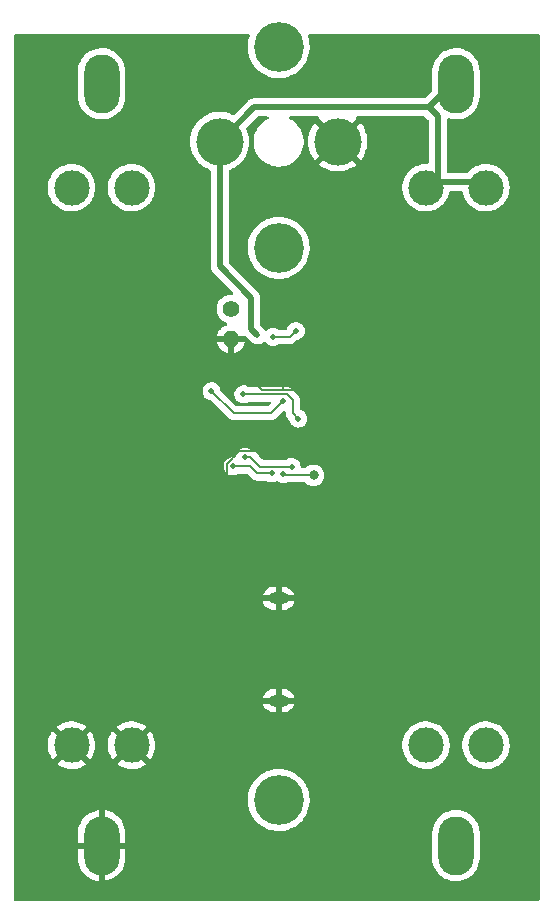
<source format=gbr>
%TF.GenerationSoftware,KiCad,Pcbnew,(5.99.0-10712-g3100cd3599)*%
%TF.CreationDate,2021-06-04T21:59:02-04:00*%
%TF.ProjectId,VX8Battery,56583842-6174-4746-9572-792e6b696361,rev?*%
%TF.SameCoordinates,Original*%
%TF.FileFunction,Copper,L2,Bot*%
%TF.FilePolarity,Positive*%
%FSLAX46Y46*%
G04 Gerber Fmt 4.6, Leading zero omitted, Abs format (unit mm)*
G04 Created by KiCad (PCBNEW (5.99.0-10712-g3100cd3599)) date 2021-06-04 21:59:02*
%MOMM*%
%LPD*%
G01*
G04 APERTURE LIST*
%TA.AperFunction,ComponentPad*%
%ADD10O,3.000000X5.000000*%
%TD*%
%TA.AperFunction,ComponentPad*%
%ADD11C,3.000000*%
%TD*%
%TA.AperFunction,ComponentPad*%
%ADD12C,1.400000*%
%TD*%
%TA.AperFunction,ComponentPad*%
%ADD13O,1.400000X1.400000*%
%TD*%
%TA.AperFunction,WasherPad*%
%ADD14C,4.220000*%
%TD*%
%TA.AperFunction,ComponentPad*%
%ADD15O,1.700000X1.000000*%
%TD*%
%TA.AperFunction,SMDPad,CuDef*%
%ADD16C,4.000000*%
%TD*%
%TA.AperFunction,ViaPad*%
%ADD17C,0.500000*%
%TD*%
%TA.AperFunction,ViaPad*%
%ADD18C,0.800000*%
%TD*%
%TA.AperFunction,Conductor*%
%ADD19C,0.160000*%
%TD*%
%TA.AperFunction,Conductor*%
%ADD20C,0.200000*%
%TD*%
%TA.AperFunction,Conductor*%
%ADD21C,0.500000*%
%TD*%
G04 APERTURE END LIST*
D10*
%TO.P,BT2,1,+*%
%TO.N,Net-(BT1-Pad2)*%
X60000000Y-70100000D03*
D11*
X62540000Y-78900000D03*
X57460000Y-78900000D03*
D10*
%TO.P,BT2,2,-*%
%TO.N,GND*%
X60000000Y-134600000D03*
D11*
X57460000Y-126100000D03*
X62540000Y-126100000D03*
%TD*%
D10*
%TO.P,BT1,1,+*%
%TO.N,+BATT*%
X90000000Y-70100000D03*
D11*
X92540000Y-78900000D03*
X87460000Y-78900000D03*
D10*
%TO.P,BT1,2,-*%
%TO.N,Net-(BT1-Pad2)*%
X90000000Y-134600000D03*
D11*
X87460000Y-126100000D03*
X92540000Y-126100000D03*
%TD*%
D12*
%TO.P,TH1,1*%
%TO.N,Net-(R11-Pad2)*%
X70950000Y-89180000D03*
D13*
%TO.P,TH1,2*%
%TO.N,GND*%
X70950000Y-91720000D03*
%TD*%
D14*
%TO.P,H1,*%
%TO.N,*%
X75000000Y-84000000D03*
%TD*%
D15*
%TO.P,J1,1,SHEILD*%
%TO.N,GND*%
X74990000Y-122320000D03*
%TO.P,J1,8,SHEILD*%
X74990000Y-113680000D03*
%TD*%
D14*
%TO.P,H3,*%
%TO.N,*%
X75000000Y-67000000D03*
%TD*%
D16*
%TO.P,J2,1,Pin_1*%
%TO.N,+BATT*%
X70000000Y-75000000D03*
%TO.P,J2,3,Pin_3*%
%TO.N,GND*%
X80000000Y-75000000D03*
%TD*%
D14*
%TO.P,H2,*%
%TO.N,*%
X75000000Y-130750000D03*
%TD*%
D17*
%TO.N,GND*%
X74900000Y-107500000D03*
X74900000Y-104400000D03*
X72100000Y-103600000D03*
%TO.N,+BATT*%
X73200000Y-91400000D03*
%TO.N,GND*%
X77850000Y-101750000D03*
X70900000Y-103800000D03*
X75650000Y-120750000D03*
X77300000Y-78050000D03*
X74850000Y-111050000D03*
X73559500Y-101655068D03*
X75400000Y-95600000D03*
X77400000Y-92700000D03*
X68900000Y-105750000D03*
X75600000Y-115250000D03*
X77950000Y-84000000D03*
X71000000Y-93500000D03*
X77100000Y-96050000D03*
%TO.N,VCC*%
X76650000Y-98450000D03*
X72000000Y-96400000D03*
%TO.N,Net-(U1-Pad18)*%
X76100000Y-102550000D03*
X72149473Y-101691579D03*
%TO.N,Net-(R3-Pad2)*%
X75400000Y-96950000D03*
X69309500Y-96130653D03*
%TO.N,Net-(U1-Pad16)*%
X74400000Y-103100000D03*
X71100000Y-102500000D03*
D18*
%TO.N,Net-(R7-Pad1)*%
X77950000Y-103250000D03*
D17*
X75400000Y-103150000D03*
%TO.N,Net-(R9-Pad1)*%
X74550000Y-91550000D03*
X76450000Y-91050000D03*
%TD*%
D19*
%TO.N,Net-(R3-Pad2)*%
X75400000Y-96950000D02*
X74350000Y-98000000D01*
X74350000Y-98000000D02*
X74200000Y-98000000D01*
%TO.N,GND*%
X77850000Y-101750000D02*
X77800000Y-101700000D01*
X73106510Y-101202078D02*
X73559500Y-101655068D01*
X73604432Y-101700000D02*
X73559500Y-101655068D01*
X71673460Y-101202078D02*
X73106510Y-101202078D01*
D20*
%TO.N,Net-(U1-Pad18)*%
X72591579Y-101691579D02*
X72149473Y-101691579D01*
D19*
%TO.N,GND*%
X70610499Y-103510499D02*
X70610499Y-102265039D01*
X70900000Y-103800000D02*
X70610499Y-103510499D01*
X77800000Y-101700000D02*
X73604432Y-101700000D01*
D20*
%TO.N,Net-(U1-Pad18)*%
X74224462Y-102550000D02*
X73450000Y-102550000D01*
X73450000Y-102550000D02*
X72591579Y-101691579D01*
D19*
%TO.N,GND*%
X70610499Y-102265039D02*
X71673460Y-101202078D01*
D20*
X74850000Y-111050000D02*
X74850000Y-107550000D01*
X74850000Y-107550000D02*
X74900000Y-107500000D01*
X72900000Y-104400000D02*
X72100000Y-103600000D01*
X74900000Y-104400000D02*
X72900000Y-104400000D01*
D21*
%TO.N,+BATT*%
X87700000Y-72100000D02*
X88460000Y-72860000D01*
X70000000Y-75000000D02*
X72900000Y-72100000D01*
X72650000Y-90850000D02*
X72650000Y-88200000D01*
X88460000Y-78400000D02*
X93540000Y-78400000D01*
X72900000Y-72100000D02*
X87700000Y-72100000D01*
X72650000Y-88200000D02*
X70000000Y-85550000D01*
X70000000Y-85550000D02*
X70000000Y-75000000D01*
X87700000Y-72100000D02*
X91000000Y-68800000D01*
X73200000Y-91400000D02*
X72650000Y-90850000D01*
X70000000Y-75850000D02*
X70000000Y-75000000D01*
X88460000Y-72860000D02*
X88460000Y-78400000D01*
%TO.N,GND*%
X77950000Y-78700000D02*
X77950000Y-84000000D01*
D19*
X78600000Y-97300000D02*
X77350000Y-96050000D01*
D21*
X77300000Y-77700000D02*
X80000000Y-75000000D01*
D19*
X78600000Y-100300000D02*
X78600000Y-97300000D01*
X77100000Y-96050000D02*
X75350000Y-96050000D01*
X75350000Y-96050000D02*
X73550000Y-96050000D01*
D21*
X75600000Y-120700000D02*
X75650000Y-120750000D01*
X77300000Y-78050000D02*
X77950000Y-78700000D01*
D19*
X75350000Y-96050000D02*
X75350000Y-95650000D01*
D21*
X77350000Y-78100000D02*
X77300000Y-78050000D01*
D19*
X75350000Y-95650000D02*
X75400000Y-95600000D01*
X77350000Y-96050000D02*
X77100000Y-96050000D01*
X77850000Y-101050000D02*
X78600000Y-100300000D01*
X73550000Y-96050000D02*
X71000000Y-93500000D01*
X77850000Y-101750000D02*
X77850000Y-101050000D01*
D21*
X68900000Y-105750000D02*
X68950000Y-105750000D01*
X75600000Y-115250000D02*
X75600000Y-120700000D01*
X68950000Y-105750000D02*
X70900000Y-103800000D01*
X77300000Y-78050000D02*
X77300000Y-77700000D01*
D20*
%TO.N,VCC*%
X75600000Y-96400000D02*
X72000000Y-96400000D01*
X76650000Y-98450000D02*
X76200000Y-98000000D01*
X75700000Y-96400000D02*
X75600000Y-96400000D01*
X76200000Y-96900000D02*
X75700000Y-96400000D01*
X76200000Y-98000000D02*
X76200000Y-96900000D01*
D19*
%TO.N,Net-(U1-Pad18)*%
X76100000Y-102550000D02*
X74224462Y-102550000D01*
%TO.N,Net-(R3-Pad2)*%
X74200000Y-98000000D02*
X74362194Y-98000000D01*
X71178847Y-98000000D02*
X69309500Y-96130653D01*
X74200000Y-98000000D02*
X71178847Y-98000000D01*
D20*
%TO.N,Net-(U1-Pad16)*%
X73000000Y-102900000D02*
X73200000Y-103100000D01*
X71100000Y-102500000D02*
X72600000Y-102500000D01*
X73200000Y-103100000D02*
X74400000Y-103100000D01*
X72600000Y-102500000D02*
X73000000Y-102900000D01*
%TO.N,Net-(R7-Pad1)*%
X77950000Y-103250000D02*
X77850000Y-103350000D01*
X75500000Y-103250000D02*
X75400000Y-103150000D01*
X77950000Y-103250000D02*
X75500000Y-103250000D01*
D19*
%TO.N,Net-(R9-Pad1)*%
X75950000Y-91550000D02*
X76450000Y-91050000D01*
X74550000Y-91550000D02*
X75950000Y-91550000D01*
%TD*%
%TA.AperFunction,Conductor*%
%TO.N,GND*%
G36*
X72500824Y-65920002D02*
G01*
X72547317Y-65973658D01*
X72557421Y-66043932D01*
X72549112Y-66074218D01*
X72519432Y-66145872D01*
X72518402Y-66149587D01*
X72434860Y-66450828D01*
X72434858Y-66450836D01*
X72433830Y-66454544D01*
X72386483Y-66771347D01*
X72386383Y-66775180D01*
X72386382Y-66775187D01*
X72383530Y-66884125D01*
X72378098Y-67091559D01*
X72378466Y-67095378D01*
X72378466Y-67095385D01*
X72397233Y-67290278D01*
X72408800Y-67410406D01*
X72478130Y-67723135D01*
X72585056Y-68025083D01*
X72727982Y-68311750D01*
X72730097Y-68314946D01*
X72730102Y-68314954D01*
X72796698Y-68415569D01*
X72904780Y-68578862D01*
X73112812Y-68822436D01*
X73348978Y-69038842D01*
X73609757Y-69224854D01*
X73891261Y-69377698D01*
X73894837Y-69379106D01*
X73894842Y-69379109D01*
X74093056Y-69457188D01*
X74189294Y-69495097D01*
X74193014Y-69496059D01*
X74193017Y-69496060D01*
X74237330Y-69507520D01*
X74499413Y-69575299D01*
X74503232Y-69575802D01*
X74503233Y-69575802D01*
X74813177Y-69616607D01*
X74813185Y-69616608D01*
X74816994Y-69617109D01*
X74820839Y-69617143D01*
X74820845Y-69617143D01*
X74968753Y-69618434D01*
X75137303Y-69619905D01*
X75141119Y-69619470D01*
X75141123Y-69619470D01*
X75344733Y-69596271D01*
X75455566Y-69583643D01*
X75767037Y-69508866D01*
X75770633Y-69507522D01*
X75770638Y-69507520D01*
X76063467Y-69398036D01*
X76063473Y-69398033D01*
X76067074Y-69396687D01*
X76070488Y-69394910D01*
X76070492Y-69394908D01*
X76347787Y-69250556D01*
X76347790Y-69250554D01*
X76351202Y-69248778D01*
X76615188Y-69067346D01*
X76661576Y-69026306D01*
X76852224Y-68857635D01*
X76855095Y-68855095D01*
X77067346Y-68615188D01*
X77248778Y-68351202D01*
X77269316Y-68311750D01*
X77394908Y-68070492D01*
X77394910Y-68070488D01*
X77396687Y-68067074D01*
X77410757Y-68029444D01*
X77507520Y-67770638D01*
X77507522Y-67770633D01*
X77508866Y-67767037D01*
X77583643Y-67455566D01*
X77602224Y-67292483D01*
X77619594Y-67140035D01*
X77619594Y-67140029D01*
X77619905Y-67137303D01*
X77623500Y-67000000D01*
X77603945Y-66680276D01*
X77545571Y-66365318D01*
X77450530Y-66063888D01*
X77449122Y-65992907D01*
X77486313Y-65932431D01*
X77550296Y-65901663D01*
X77570698Y-65900000D01*
X96974000Y-65900000D01*
X97042121Y-65920002D01*
X97088614Y-65973658D01*
X97100000Y-66026000D01*
X97100000Y-139174000D01*
X97079998Y-139242121D01*
X97026342Y-139288614D01*
X96974000Y-139300000D01*
X52726000Y-139300000D01*
X52657879Y-139279998D01*
X52611386Y-139226342D01*
X52600000Y-139174000D01*
X52600000Y-134867548D01*
X57992000Y-134867548D01*
X57992000Y-135669310D01*
X57992153Y-135673695D01*
X58006283Y-135875770D01*
X58007503Y-135884451D01*
X58064066Y-136150557D01*
X58066485Y-136158994D01*
X58159529Y-136414628D01*
X58163100Y-136422648D01*
X58290809Y-136662835D01*
X58295468Y-136670291D01*
X58455364Y-136890368D01*
X58461011Y-136897098D01*
X58649986Y-137092789D01*
X58656508Y-137098660D01*
X58870879Y-137266145D01*
X58878152Y-137271051D01*
X59113747Y-137407071D01*
X59121639Y-137410920D01*
X59373866Y-137512828D01*
X59382224Y-137515543D01*
X59646177Y-137581354D01*
X59654819Y-137582878D01*
X59727985Y-137590568D01*
X59742636Y-137587888D01*
X59746000Y-137575569D01*
X59746000Y-134872115D01*
X59744659Y-134867548D01*
X60254000Y-134867548D01*
X60254000Y-137576173D01*
X60257779Y-137589042D01*
X60272845Y-137590965D01*
X60482666Y-137553967D01*
X60491167Y-137551848D01*
X60749894Y-137467782D01*
X60758041Y-137464491D01*
X61002549Y-137345236D01*
X61010145Y-137340850D01*
X61235676Y-137188728D01*
X61242599Y-137183320D01*
X61444769Y-137001284D01*
X61450853Y-136994984D01*
X61625723Y-136786582D01*
X61630883Y-136779480D01*
X61775047Y-136548770D01*
X61779159Y-136541036D01*
X61889814Y-136292501D01*
X61892813Y-136284260D01*
X61967799Y-136022753D01*
X61969623Y-136014173D01*
X62007388Y-135745455D01*
X62008000Y-135736706D01*
X62008000Y-134872115D01*
X62003525Y-134856876D01*
X62002135Y-134855671D01*
X61994452Y-134854000D01*
X60272115Y-134854000D01*
X60256876Y-134858475D01*
X60255671Y-134859865D01*
X60254000Y-134867548D01*
X59744659Y-134867548D01*
X59741525Y-134856876D01*
X59740135Y-134855671D01*
X59732452Y-134854000D01*
X58010115Y-134854000D01*
X57994876Y-134858475D01*
X57993671Y-134859865D01*
X57992000Y-134867548D01*
X52600000Y-134867548D01*
X52600000Y-133463294D01*
X57992000Y-133463294D01*
X57992000Y-134327885D01*
X57996475Y-134343124D01*
X57997865Y-134344329D01*
X58005548Y-134346000D01*
X59727885Y-134346000D01*
X59743124Y-134341525D01*
X59744329Y-134340135D01*
X59746000Y-134332452D01*
X59746000Y-131624431D01*
X60254000Y-131624431D01*
X60254000Y-134327885D01*
X60258475Y-134343124D01*
X60259865Y-134344329D01*
X60267548Y-134346000D01*
X61989885Y-134346000D01*
X62005124Y-134341525D01*
X62006329Y-134340135D01*
X62008000Y-134332452D01*
X62008000Y-133530690D01*
X62007847Y-133526305D01*
X62003132Y-133458869D01*
X87991500Y-133458869D01*
X87991500Y-135671504D01*
X88006095Y-135880225D01*
X88064500Y-136154996D01*
X88066003Y-136159125D01*
X88066004Y-136159129D01*
X88158998Y-136414628D01*
X88160576Y-136418964D01*
X88162644Y-136422854D01*
X88162647Y-136422860D01*
X88290385Y-136663100D01*
X88290389Y-136663106D01*
X88292455Y-136666992D01*
X88295042Y-136670552D01*
X88295044Y-136670556D01*
X88454747Y-136890368D01*
X88457570Y-136894253D01*
X88460626Y-136897417D01*
X88460628Y-136897420D01*
X88560929Y-137001284D01*
X88652706Y-137096322D01*
X88656170Y-137099028D01*
X88656174Y-137099032D01*
X88764058Y-137183320D01*
X88874065Y-137269267D01*
X88998050Y-137340850D01*
X89113520Y-137407517D01*
X89113525Y-137407520D01*
X89117340Y-137409722D01*
X89121424Y-137411372D01*
X89121430Y-137411375D01*
X89261044Y-137467782D01*
X89377794Y-137514952D01*
X89650359Y-137582910D01*
X89654727Y-137583369D01*
X89654732Y-137583370D01*
X89925361Y-137611814D01*
X89925364Y-137611814D01*
X89929730Y-137612273D01*
X89934118Y-137612120D01*
X89934124Y-137612120D01*
X90206071Y-137602624D01*
X90206078Y-137602623D01*
X90210468Y-137602470D01*
X90214792Y-137601707D01*
X90214797Y-137601707D01*
X90363029Y-137575569D01*
X90487110Y-137553690D01*
X90754270Y-137466885D01*
X90758223Y-137464957D01*
X90758228Y-137464955D01*
X90876907Y-137407071D01*
X91006750Y-137343742D01*
X91010389Y-137341287D01*
X91010395Y-137341284D01*
X91235988Y-137189119D01*
X91239634Y-137186660D01*
X91448391Y-136998695D01*
X91539288Y-136890368D01*
X91626128Y-136786877D01*
X91626132Y-136786872D01*
X91628956Y-136783506D01*
X91777815Y-136545281D01*
X91892071Y-136288658D01*
X91969500Y-136018630D01*
X91970127Y-136014173D01*
X92007888Y-135745483D01*
X92008500Y-135741131D01*
X92008500Y-133528496D01*
X92003327Y-133454517D01*
X91994212Y-133324160D01*
X91994211Y-133324155D01*
X91993905Y-133319775D01*
X91935500Y-133045004D01*
X91933996Y-133040871D01*
X91840933Y-132785181D01*
X91840931Y-132785177D01*
X91839424Y-132781036D01*
X91837356Y-132777146D01*
X91837353Y-132777140D01*
X91709615Y-132536900D01*
X91709611Y-132536894D01*
X91707545Y-132533008D01*
X91620444Y-132413123D01*
X91545019Y-132309310D01*
X91545017Y-132309307D01*
X91542430Y-132305747D01*
X91539372Y-132302580D01*
X91350348Y-132106840D01*
X91350344Y-132106837D01*
X91347294Y-132103678D01*
X91343830Y-132100972D01*
X91343826Y-132100968D01*
X91129401Y-131933441D01*
X91129402Y-131933441D01*
X91125935Y-131930733D01*
X90993603Y-131854331D01*
X90886480Y-131792483D01*
X90886475Y-131792480D01*
X90882660Y-131790278D01*
X90878576Y-131788628D01*
X90878570Y-131788625D01*
X90626287Y-131686697D01*
X90622206Y-131685048D01*
X90349641Y-131617090D01*
X90345273Y-131616631D01*
X90345268Y-131616630D01*
X90074639Y-131588186D01*
X90074636Y-131588186D01*
X90070270Y-131587727D01*
X90065882Y-131587880D01*
X90065876Y-131587880D01*
X89793929Y-131597376D01*
X89793922Y-131597377D01*
X89789532Y-131597530D01*
X89785208Y-131598293D01*
X89785203Y-131598293D01*
X89640396Y-131623827D01*
X89512890Y-131646310D01*
X89245730Y-131733115D01*
X89241777Y-131735043D01*
X89241772Y-131735045D01*
X89159683Y-131775083D01*
X88993250Y-131856258D01*
X88989611Y-131858713D01*
X88989605Y-131858716D01*
X88832788Y-131964491D01*
X88760366Y-132013340D01*
X88551609Y-132201305D01*
X88474747Y-132292906D01*
X88373872Y-132413123D01*
X88373868Y-132413128D01*
X88371044Y-132416494D01*
X88222185Y-132654719D01*
X88107929Y-132911342D01*
X88030500Y-133181370D01*
X88029889Y-133185720D01*
X88029888Y-133185723D01*
X88021742Y-133243687D01*
X87991500Y-133458869D01*
X62003132Y-133458869D01*
X61993717Y-133324230D01*
X61992497Y-133315549D01*
X61935934Y-133049443D01*
X61933515Y-133041006D01*
X61840471Y-132785372D01*
X61836900Y-132777352D01*
X61709191Y-132537165D01*
X61704532Y-132529709D01*
X61544636Y-132309632D01*
X61538989Y-132302902D01*
X61350014Y-132107211D01*
X61343492Y-132101340D01*
X61129121Y-131933855D01*
X61121848Y-131928949D01*
X60886253Y-131792929D01*
X60878361Y-131789080D01*
X60626134Y-131687172D01*
X60617776Y-131684457D01*
X60353823Y-131618646D01*
X60345181Y-131617122D01*
X60272015Y-131609432D01*
X60257364Y-131612112D01*
X60254000Y-131624431D01*
X59746000Y-131624431D01*
X59746000Y-131623827D01*
X59742221Y-131610958D01*
X59727155Y-131609035D01*
X59517334Y-131646033D01*
X59508833Y-131648152D01*
X59250106Y-131732218D01*
X59241959Y-131735509D01*
X58997451Y-131854764D01*
X58989855Y-131859150D01*
X58764324Y-132011272D01*
X58757401Y-132016680D01*
X58555231Y-132198716D01*
X58549147Y-132205016D01*
X58374277Y-132413418D01*
X58369117Y-132420520D01*
X58224953Y-132651230D01*
X58220841Y-132658964D01*
X58110186Y-132907499D01*
X58107187Y-132915740D01*
X58032201Y-133177247D01*
X58030377Y-133185827D01*
X57992612Y-133454545D01*
X57992000Y-133463294D01*
X52600000Y-133463294D01*
X52600000Y-130841559D01*
X72378098Y-130841559D01*
X72378466Y-130845378D01*
X72378466Y-130845385D01*
X72408431Y-131156575D01*
X72408800Y-131160406D01*
X72478130Y-131473135D01*
X72585056Y-131775083D01*
X72727982Y-132061750D01*
X72730097Y-132064946D01*
X72730102Y-132064954D01*
X72822808Y-132205016D01*
X72904780Y-132328862D01*
X73112812Y-132572436D01*
X73348978Y-132788842D01*
X73609757Y-132974854D01*
X73891261Y-133127698D01*
X73894837Y-133129106D01*
X73894842Y-133129109D01*
X74038565Y-133185723D01*
X74189294Y-133245097D01*
X74193014Y-133246059D01*
X74193017Y-133246060D01*
X74237330Y-133257520D01*
X74499413Y-133325299D01*
X74503232Y-133325802D01*
X74503233Y-133325802D01*
X74813177Y-133366607D01*
X74813185Y-133366608D01*
X74816994Y-133367109D01*
X74820839Y-133367143D01*
X74820845Y-133367143D01*
X74968753Y-133368434D01*
X75137303Y-133369905D01*
X75141119Y-133369470D01*
X75141123Y-133369470D01*
X75344733Y-133346271D01*
X75455566Y-133333643D01*
X75767037Y-133258866D01*
X75770633Y-133257522D01*
X75770638Y-133257520D01*
X76063467Y-133148036D01*
X76063473Y-133148033D01*
X76067074Y-133146687D01*
X76070488Y-133144910D01*
X76070492Y-133144908D01*
X76347787Y-133000556D01*
X76347790Y-133000554D01*
X76351202Y-132998778D01*
X76615188Y-132817346D01*
X76855095Y-132605095D01*
X77018653Y-132420226D01*
X77064800Y-132368066D01*
X77064802Y-132368064D01*
X77067346Y-132365188D01*
X77248778Y-132101202D01*
X77269316Y-132061750D01*
X77394908Y-131820492D01*
X77394910Y-131820488D01*
X77396687Y-131817074D01*
X77405715Y-131792929D01*
X77507520Y-131520638D01*
X77507522Y-131520633D01*
X77508866Y-131517037D01*
X77583643Y-131205566D01*
X77619905Y-130887303D01*
X77623500Y-130750000D01*
X77603945Y-130430276D01*
X77545571Y-130115318D01*
X77449248Y-129809822D01*
X77355221Y-129603496D01*
X77318012Y-129521849D01*
X77318010Y-129521845D01*
X77316413Y-129518341D01*
X77314402Y-129515059D01*
X77151054Y-129248500D01*
X77151052Y-129248497D01*
X77149045Y-129245222D01*
X76949640Y-128994536D01*
X76721171Y-128770019D01*
X76718114Y-128767673D01*
X76470087Y-128577355D01*
X76470079Y-128577350D01*
X76467043Y-128575020D01*
X76264028Y-128455435D01*
X76194360Y-128414397D01*
X76194357Y-128414395D01*
X76191044Y-128412444D01*
X75897290Y-128284716D01*
X75893596Y-128283622D01*
X75893591Y-128283620D01*
X75759581Y-128243925D01*
X75590159Y-128193740D01*
X75274230Y-128140872D01*
X74954214Y-128126900D01*
X74794547Y-128139466D01*
X74638714Y-128151730D01*
X74638711Y-128151730D01*
X74634879Y-128152032D01*
X74320988Y-128215894D01*
X74169104Y-128266714D01*
X74020865Y-128316313D01*
X74020859Y-128316315D01*
X74017220Y-128317533D01*
X73728102Y-128455435D01*
X73724865Y-128457497D01*
X73724860Y-128457500D01*
X73627845Y-128519306D01*
X73457945Y-128627544D01*
X73454982Y-128629987D01*
X73454980Y-128629988D01*
X73213740Y-128828851D01*
X73213736Y-128828855D01*
X73210777Y-128831294D01*
X72990282Y-129063647D01*
X72799748Y-129321139D01*
X72797849Y-129324496D01*
X72688177Y-129518341D01*
X72642014Y-129599933D01*
X72519432Y-129895872D01*
X72518402Y-129899587D01*
X72434860Y-130200828D01*
X72434858Y-130200836D01*
X72433830Y-130204544D01*
X72386483Y-130521347D01*
X72378098Y-130841559D01*
X52600000Y-130841559D01*
X52600000Y-127689830D01*
X56234570Y-127689830D01*
X56244334Y-127702226D01*
X56449855Y-127840850D01*
X56457451Y-127845236D01*
X56701959Y-127964491D01*
X56710106Y-127967782D01*
X56968833Y-128051848D01*
X56977334Y-128053967D01*
X57245255Y-128101210D01*
X57253981Y-128102127D01*
X57525859Y-128111621D01*
X57534622Y-128111315D01*
X57805180Y-128082878D01*
X57813825Y-128081353D01*
X58077776Y-128015543D01*
X58086134Y-128012828D01*
X58338361Y-127910920D01*
X58346253Y-127907071D01*
X58581844Y-127771053D01*
X58589120Y-127766145D01*
X58674671Y-127699307D01*
X58681465Y-127689830D01*
X61314570Y-127689830D01*
X61324334Y-127702226D01*
X61529855Y-127840850D01*
X61537451Y-127845236D01*
X61781959Y-127964491D01*
X61790106Y-127967782D01*
X62048833Y-128051848D01*
X62057334Y-128053967D01*
X62325255Y-128101210D01*
X62333981Y-128102127D01*
X62605859Y-128111621D01*
X62614622Y-128111315D01*
X62885180Y-128082878D01*
X62893825Y-128081353D01*
X63157776Y-128015543D01*
X63166134Y-128012828D01*
X63418361Y-127910920D01*
X63426253Y-127907071D01*
X63661844Y-127771053D01*
X63669120Y-127766145D01*
X63754671Y-127699307D01*
X63763139Y-127687495D01*
X63756602Y-127675812D01*
X62552812Y-126472022D01*
X62538868Y-126464408D01*
X62537035Y-126464539D01*
X62530420Y-126468790D01*
X61320813Y-127678397D01*
X61314570Y-127689830D01*
X58681465Y-127689830D01*
X58683139Y-127687495D01*
X58676602Y-127675812D01*
X57472812Y-126472022D01*
X57458868Y-126464408D01*
X57457035Y-126464539D01*
X57450420Y-126468790D01*
X56240813Y-127678397D01*
X56234570Y-127689830D01*
X52600000Y-127689830D01*
X52600000Y-125963977D01*
X55451904Y-125963977D01*
X55451904Y-126236023D01*
X55452516Y-126244772D01*
X55490377Y-126514173D01*
X55492201Y-126522753D01*
X55567187Y-126784260D01*
X55570186Y-126792501D01*
X55680841Y-127041036D01*
X55684953Y-127048770D01*
X55829118Y-127279482D01*
X55834277Y-127286582D01*
X55859101Y-127316166D01*
X55871795Y-127324612D01*
X55882297Y-127318493D01*
X57087978Y-126112812D01*
X57094356Y-126101132D01*
X57824408Y-126101132D01*
X57824539Y-126102965D01*
X57828790Y-126109580D01*
X59035984Y-127316774D01*
X59048095Y-127323387D01*
X59059714Y-127314559D01*
X59164532Y-127170291D01*
X59169191Y-127162835D01*
X59296900Y-126922648D01*
X59300471Y-126914628D01*
X59393515Y-126658994D01*
X59395934Y-126650557D01*
X59452497Y-126384451D01*
X59453717Y-126375770D01*
X59472693Y-126104390D01*
X59472693Y-126095610D01*
X59463489Y-125963977D01*
X60531904Y-125963977D01*
X60531904Y-126236023D01*
X60532516Y-126244772D01*
X60570377Y-126514173D01*
X60572201Y-126522753D01*
X60647187Y-126784260D01*
X60650186Y-126792501D01*
X60760841Y-127041036D01*
X60764953Y-127048770D01*
X60909118Y-127279482D01*
X60914277Y-127286582D01*
X60939101Y-127316166D01*
X60951795Y-127324612D01*
X60962297Y-127318493D01*
X62167978Y-126112812D01*
X62174356Y-126101132D01*
X62904408Y-126101132D01*
X62904539Y-126102965D01*
X62908790Y-126109580D01*
X64115984Y-127316774D01*
X64128095Y-127323387D01*
X64139714Y-127314559D01*
X64244532Y-127170291D01*
X64249191Y-127162835D01*
X64376900Y-126922648D01*
X64380471Y-126914628D01*
X64473515Y-126658994D01*
X64475934Y-126650557D01*
X64532497Y-126384451D01*
X64533717Y-126375770D01*
X64552693Y-126104390D01*
X64552693Y-126095610D01*
X64543179Y-125959545D01*
X85451405Y-125959545D01*
X85451405Y-126240455D01*
X85452017Y-126244807D01*
X85489874Y-126514173D01*
X85490500Y-126518630D01*
X85567929Y-126788658D01*
X85682185Y-127045281D01*
X85831044Y-127283506D01*
X85833868Y-127286872D01*
X85833872Y-127286877D01*
X85864508Y-127323387D01*
X86011609Y-127498695D01*
X86220366Y-127686660D01*
X86224012Y-127689119D01*
X86449605Y-127841284D01*
X86449611Y-127841287D01*
X86453250Y-127843742D01*
X86583093Y-127907071D01*
X86701772Y-127964955D01*
X86701777Y-127964957D01*
X86705730Y-127966885D01*
X86972890Y-128053690D01*
X87098224Y-128075790D01*
X87245203Y-128101707D01*
X87245208Y-128101707D01*
X87249532Y-128102470D01*
X87253922Y-128102623D01*
X87253929Y-128102624D01*
X87525876Y-128112120D01*
X87525882Y-128112120D01*
X87530270Y-128112273D01*
X87534636Y-128111814D01*
X87534639Y-128111814D01*
X87805268Y-128083370D01*
X87805273Y-128083369D01*
X87809641Y-128082910D01*
X88082206Y-128014952D01*
X88198956Y-127967782D01*
X88338570Y-127911375D01*
X88338576Y-127911372D01*
X88342660Y-127909722D01*
X88346475Y-127907520D01*
X88346480Y-127907517D01*
X88461950Y-127840850D01*
X88585935Y-127769267D01*
X88611822Y-127749042D01*
X88803826Y-127599032D01*
X88803830Y-127599028D01*
X88807294Y-127596322D01*
X88901572Y-127498695D01*
X88999372Y-127397420D01*
X88999374Y-127397417D01*
X89002430Y-127394253D01*
X89005019Y-127390690D01*
X89164956Y-127170556D01*
X89164958Y-127170552D01*
X89167545Y-127166992D01*
X89169611Y-127163106D01*
X89169615Y-127163100D01*
X89297353Y-126922860D01*
X89297356Y-126922854D01*
X89299424Y-126918964D01*
X89301003Y-126914628D01*
X89393996Y-126659129D01*
X89393997Y-126659125D01*
X89395500Y-126654996D01*
X89453905Y-126380225D01*
X89463989Y-126236023D01*
X89473193Y-126104390D01*
X89473500Y-126100000D01*
X89472003Y-126078588D01*
X89463679Y-125959545D01*
X90531405Y-125959545D01*
X90531405Y-126240455D01*
X90532017Y-126244807D01*
X90569874Y-126514173D01*
X90570500Y-126518630D01*
X90647929Y-126788658D01*
X90762185Y-127045281D01*
X90911044Y-127283506D01*
X90913868Y-127286872D01*
X90913872Y-127286877D01*
X90944508Y-127323387D01*
X91091609Y-127498695D01*
X91300366Y-127686660D01*
X91304012Y-127689119D01*
X91529605Y-127841284D01*
X91529611Y-127841287D01*
X91533250Y-127843742D01*
X91663093Y-127907071D01*
X91781772Y-127964955D01*
X91781777Y-127964957D01*
X91785730Y-127966885D01*
X92052890Y-128053690D01*
X92178224Y-128075790D01*
X92325203Y-128101707D01*
X92325208Y-128101707D01*
X92329532Y-128102470D01*
X92333922Y-128102623D01*
X92333929Y-128102624D01*
X92605876Y-128112120D01*
X92605882Y-128112120D01*
X92610270Y-128112273D01*
X92614636Y-128111814D01*
X92614639Y-128111814D01*
X92885268Y-128083370D01*
X92885273Y-128083369D01*
X92889641Y-128082910D01*
X93162206Y-128014952D01*
X93278956Y-127967782D01*
X93418570Y-127911375D01*
X93418576Y-127911372D01*
X93422660Y-127909722D01*
X93426475Y-127907520D01*
X93426480Y-127907517D01*
X93541950Y-127840850D01*
X93665935Y-127769267D01*
X93691822Y-127749042D01*
X93883826Y-127599032D01*
X93883830Y-127599028D01*
X93887294Y-127596322D01*
X93981572Y-127498695D01*
X94079372Y-127397420D01*
X94079374Y-127397417D01*
X94082430Y-127394253D01*
X94085019Y-127390690D01*
X94244956Y-127170556D01*
X94244958Y-127170552D01*
X94247545Y-127166992D01*
X94249611Y-127163106D01*
X94249615Y-127163100D01*
X94377353Y-126922860D01*
X94377356Y-126922854D01*
X94379424Y-126918964D01*
X94381003Y-126914628D01*
X94473996Y-126659129D01*
X94473997Y-126659125D01*
X94475500Y-126654996D01*
X94533905Y-126380225D01*
X94543989Y-126236023D01*
X94553193Y-126104390D01*
X94553500Y-126100000D01*
X94552003Y-126078588D01*
X94534212Y-125824160D01*
X94534211Y-125824155D01*
X94533905Y-125819775D01*
X94475500Y-125545004D01*
X94428390Y-125415569D01*
X94380933Y-125285181D01*
X94380931Y-125285177D01*
X94379424Y-125281036D01*
X94377356Y-125277146D01*
X94377353Y-125277140D01*
X94249615Y-125036900D01*
X94249611Y-125036894D01*
X94247545Y-125033008D01*
X94160444Y-124913123D01*
X94085019Y-124809310D01*
X94085017Y-124809307D01*
X94082430Y-124805747D01*
X93984828Y-124704677D01*
X93890348Y-124606840D01*
X93890344Y-124606837D01*
X93887294Y-124603678D01*
X93883830Y-124600972D01*
X93883826Y-124600968D01*
X93669401Y-124433441D01*
X93669402Y-124433441D01*
X93665935Y-124430733D01*
X93427252Y-124292929D01*
X93426480Y-124292483D01*
X93426475Y-124292480D01*
X93422660Y-124290278D01*
X93418576Y-124288628D01*
X93418570Y-124288625D01*
X93166287Y-124186697D01*
X93162206Y-124185048D01*
X92889641Y-124117090D01*
X92885273Y-124116631D01*
X92885268Y-124116630D01*
X92614639Y-124088186D01*
X92614636Y-124088186D01*
X92610270Y-124087727D01*
X92605882Y-124087880D01*
X92605876Y-124087880D01*
X92333929Y-124097376D01*
X92333922Y-124097377D01*
X92329532Y-124097530D01*
X92325208Y-124098293D01*
X92325203Y-124098293D01*
X92178224Y-124124210D01*
X92052890Y-124146310D01*
X91785730Y-124233115D01*
X91781777Y-124235043D01*
X91781772Y-124235045D01*
X91671918Y-124288625D01*
X91533250Y-124356258D01*
X91529611Y-124358713D01*
X91529605Y-124358716D01*
X91372788Y-124464491D01*
X91300366Y-124513340D01*
X91091609Y-124701305D01*
X91088780Y-124704677D01*
X90913872Y-124913123D01*
X90913868Y-124913128D01*
X90911044Y-124916494D01*
X90762185Y-125154719D01*
X90647929Y-125411342D01*
X90570500Y-125681370D01*
X90569889Y-125685720D01*
X90569888Y-125685723D01*
X90555460Y-125788383D01*
X90531405Y-125959545D01*
X89463679Y-125959545D01*
X89454212Y-125824160D01*
X89454211Y-125824155D01*
X89453905Y-125819775D01*
X89395500Y-125545004D01*
X89348390Y-125415569D01*
X89300933Y-125285181D01*
X89300931Y-125285177D01*
X89299424Y-125281036D01*
X89297356Y-125277146D01*
X89297353Y-125277140D01*
X89169615Y-125036900D01*
X89169611Y-125036894D01*
X89167545Y-125033008D01*
X89080444Y-124913123D01*
X89005019Y-124809310D01*
X89005017Y-124809307D01*
X89002430Y-124805747D01*
X88904828Y-124704677D01*
X88810348Y-124606840D01*
X88810344Y-124606837D01*
X88807294Y-124603678D01*
X88803830Y-124600972D01*
X88803826Y-124600968D01*
X88589401Y-124433441D01*
X88589402Y-124433441D01*
X88585935Y-124430733D01*
X88347252Y-124292929D01*
X88346480Y-124292483D01*
X88346475Y-124292480D01*
X88342660Y-124290278D01*
X88338576Y-124288628D01*
X88338570Y-124288625D01*
X88086287Y-124186697D01*
X88082206Y-124185048D01*
X87809641Y-124117090D01*
X87805273Y-124116631D01*
X87805268Y-124116630D01*
X87534639Y-124088186D01*
X87534636Y-124088186D01*
X87530270Y-124087727D01*
X87525882Y-124087880D01*
X87525876Y-124087880D01*
X87253929Y-124097376D01*
X87253922Y-124097377D01*
X87249532Y-124097530D01*
X87245208Y-124098293D01*
X87245203Y-124098293D01*
X87098224Y-124124210D01*
X86972890Y-124146310D01*
X86705730Y-124233115D01*
X86701777Y-124235043D01*
X86701772Y-124235045D01*
X86591918Y-124288625D01*
X86453250Y-124356258D01*
X86449611Y-124358713D01*
X86449605Y-124358716D01*
X86292788Y-124464491D01*
X86220366Y-124513340D01*
X86011609Y-124701305D01*
X86008780Y-124704677D01*
X85833872Y-124913123D01*
X85833868Y-124913128D01*
X85831044Y-124916494D01*
X85682185Y-125154719D01*
X85567929Y-125411342D01*
X85490500Y-125681370D01*
X85489889Y-125685720D01*
X85489888Y-125685723D01*
X85475460Y-125788383D01*
X85451405Y-125959545D01*
X64543179Y-125959545D01*
X64533717Y-125824230D01*
X64532497Y-125815549D01*
X64475934Y-125549443D01*
X64473515Y-125541006D01*
X64380471Y-125285372D01*
X64376900Y-125277352D01*
X64249191Y-125037165D01*
X64244532Y-125029709D01*
X64139445Y-124885070D01*
X64128520Y-124876646D01*
X64115661Y-124883549D01*
X62912022Y-126087188D01*
X62904408Y-126101132D01*
X62174356Y-126101132D01*
X62175592Y-126098868D01*
X62175461Y-126097035D01*
X62171210Y-126090420D01*
X60963558Y-124882768D01*
X60950173Y-124875459D01*
X60940247Y-124882468D01*
X60914277Y-124913418D01*
X60909118Y-124920518D01*
X60764953Y-125151230D01*
X60760841Y-125158964D01*
X60650186Y-125407499D01*
X60647187Y-125415740D01*
X60572201Y-125677247D01*
X60570377Y-125685827D01*
X60532516Y-125955228D01*
X60531904Y-125963977D01*
X59463489Y-125963977D01*
X59453717Y-125824230D01*
X59452497Y-125815549D01*
X59395934Y-125549443D01*
X59393515Y-125541006D01*
X59300471Y-125285372D01*
X59296900Y-125277352D01*
X59169191Y-125037165D01*
X59164532Y-125029709D01*
X59059445Y-124885070D01*
X59048520Y-124876646D01*
X59035661Y-124883549D01*
X57832022Y-126087188D01*
X57824408Y-126101132D01*
X57094356Y-126101132D01*
X57095592Y-126098868D01*
X57095461Y-126097035D01*
X57091210Y-126090420D01*
X55883558Y-124882768D01*
X55870173Y-124875459D01*
X55860247Y-124882468D01*
X55834277Y-124913418D01*
X55829118Y-124920518D01*
X55684953Y-125151230D01*
X55680841Y-125158964D01*
X55570186Y-125407499D01*
X55567187Y-125415740D01*
X55492201Y-125677247D01*
X55490377Y-125685827D01*
X55452516Y-125955228D01*
X55451904Y-125963977D01*
X52600000Y-125963977D01*
X52600000Y-124508690D01*
X56234711Y-124508690D01*
X56241931Y-124522721D01*
X57447188Y-125727978D01*
X57461132Y-125735592D01*
X57462965Y-125735461D01*
X57469580Y-125731210D01*
X58676133Y-124524657D01*
X58683101Y-124511897D01*
X58680751Y-124508690D01*
X61314711Y-124508690D01*
X61321931Y-124522721D01*
X62527188Y-125727978D01*
X62541132Y-125735592D01*
X62542965Y-125735461D01*
X62549580Y-125731210D01*
X63756133Y-124524657D01*
X63763101Y-124511897D01*
X63755190Y-124501099D01*
X63669120Y-124433855D01*
X63661844Y-124428947D01*
X63426253Y-124292929D01*
X63418361Y-124289080D01*
X63166134Y-124187172D01*
X63157776Y-124184457D01*
X62893825Y-124118647D01*
X62885180Y-124117122D01*
X62614622Y-124088685D01*
X62605859Y-124088379D01*
X62333981Y-124097873D01*
X62325255Y-124098790D01*
X62057334Y-124146033D01*
X62048833Y-124148152D01*
X61790106Y-124232218D01*
X61781959Y-124235509D01*
X61537451Y-124354764D01*
X61529855Y-124359150D01*
X61323018Y-124498662D01*
X61314711Y-124508690D01*
X58680751Y-124508690D01*
X58675190Y-124501099D01*
X58589120Y-124433855D01*
X58581844Y-124428947D01*
X58346253Y-124292929D01*
X58338361Y-124289080D01*
X58086134Y-124187172D01*
X58077776Y-124184457D01*
X57813825Y-124118647D01*
X57805180Y-124117122D01*
X57534622Y-124088685D01*
X57525859Y-124088379D01*
X57253981Y-124097873D01*
X57245255Y-124098790D01*
X56977334Y-124146033D01*
X56968833Y-124148152D01*
X56710106Y-124232218D01*
X56701959Y-124235509D01*
X56457451Y-124354764D01*
X56449855Y-124359150D01*
X56243018Y-124498662D01*
X56234711Y-124508690D01*
X52600000Y-124508690D01*
X52600000Y-122585768D01*
X73667297Y-122585768D01*
X73699021Y-122693557D01*
X73703620Y-122704941D01*
X73789504Y-122869222D01*
X73796218Y-122879483D01*
X73912380Y-123023959D01*
X73920958Y-123032719D01*
X74062970Y-123151881D01*
X74073084Y-123158807D01*
X74235542Y-123248118D01*
X74246806Y-123252946D01*
X74423516Y-123309002D01*
X74435503Y-123311550D01*
X74578661Y-123327607D01*
X74585685Y-123328000D01*
X74717885Y-123328000D01*
X74733124Y-123323525D01*
X74734329Y-123322135D01*
X74736000Y-123314452D01*
X74736000Y-122592115D01*
X74734659Y-122587548D01*
X75244000Y-122587548D01*
X75244000Y-123309885D01*
X75248475Y-123325124D01*
X75249865Y-123326329D01*
X75257548Y-123328000D01*
X75387912Y-123328000D01*
X75394060Y-123327699D01*
X75530626Y-123314309D01*
X75542661Y-123311926D01*
X75720124Y-123258346D01*
X75731466Y-123253671D01*
X75895144Y-123166643D01*
X75905360Y-123159856D01*
X76049019Y-123042690D01*
X76057723Y-123034046D01*
X76175886Y-122891212D01*
X76182746Y-122881041D01*
X76270918Y-122717969D01*
X76275668Y-122706670D01*
X76311380Y-122591307D01*
X76311586Y-122577205D01*
X76304830Y-122574000D01*
X75262115Y-122574000D01*
X75246876Y-122578475D01*
X75245671Y-122579865D01*
X75244000Y-122587548D01*
X74734659Y-122587548D01*
X74731525Y-122576876D01*
X74730135Y-122575671D01*
X74722452Y-122574000D01*
X73681948Y-122574000D01*
X73668417Y-122577973D01*
X73667297Y-122585768D01*
X52600000Y-122585768D01*
X52600000Y-122062795D01*
X73668414Y-122062795D01*
X73675170Y-122066000D01*
X74717885Y-122066000D01*
X74733124Y-122061525D01*
X74734329Y-122060135D01*
X74736000Y-122052452D01*
X74736000Y-121330115D01*
X74734659Y-121325548D01*
X75244000Y-121325548D01*
X75244000Y-122047885D01*
X75248475Y-122063124D01*
X75249865Y-122064329D01*
X75257548Y-122066000D01*
X76298052Y-122066000D01*
X76311583Y-122062027D01*
X76312703Y-122054232D01*
X76280979Y-121946443D01*
X76276380Y-121935059D01*
X76190496Y-121770778D01*
X76183782Y-121760517D01*
X76067620Y-121616041D01*
X76059042Y-121607281D01*
X75917030Y-121488119D01*
X75906916Y-121481193D01*
X75744458Y-121391882D01*
X75733194Y-121387054D01*
X75556484Y-121330998D01*
X75544497Y-121328450D01*
X75401339Y-121312393D01*
X75394315Y-121312000D01*
X75262115Y-121312000D01*
X75246876Y-121316475D01*
X75245671Y-121317865D01*
X75244000Y-121325548D01*
X74734659Y-121325548D01*
X74731525Y-121314876D01*
X74730135Y-121313671D01*
X74722452Y-121312000D01*
X74592088Y-121312000D01*
X74585940Y-121312301D01*
X74449374Y-121325691D01*
X74437339Y-121328074D01*
X74259876Y-121381654D01*
X74248534Y-121386329D01*
X74084856Y-121473357D01*
X74074640Y-121480144D01*
X73930981Y-121597310D01*
X73922277Y-121605954D01*
X73804114Y-121748788D01*
X73797254Y-121758959D01*
X73709082Y-121922031D01*
X73704332Y-121933330D01*
X73668620Y-122048693D01*
X73668414Y-122062795D01*
X52600000Y-122062795D01*
X52600000Y-113945768D01*
X73667297Y-113945768D01*
X73699021Y-114053557D01*
X73703620Y-114064941D01*
X73789504Y-114229222D01*
X73796218Y-114239483D01*
X73912380Y-114383959D01*
X73920958Y-114392719D01*
X74062970Y-114511881D01*
X74073084Y-114518807D01*
X74235542Y-114608118D01*
X74246806Y-114612946D01*
X74423516Y-114669002D01*
X74435503Y-114671550D01*
X74578661Y-114687607D01*
X74585685Y-114688000D01*
X74717885Y-114688000D01*
X74733124Y-114683525D01*
X74734329Y-114682135D01*
X74736000Y-114674452D01*
X74736000Y-113952115D01*
X74734659Y-113947548D01*
X75244000Y-113947548D01*
X75244000Y-114669885D01*
X75248475Y-114685124D01*
X75249865Y-114686329D01*
X75257548Y-114688000D01*
X75387912Y-114688000D01*
X75394060Y-114687699D01*
X75530626Y-114674309D01*
X75542661Y-114671926D01*
X75720124Y-114618346D01*
X75731466Y-114613671D01*
X75895144Y-114526643D01*
X75905360Y-114519856D01*
X76049019Y-114402690D01*
X76057723Y-114394046D01*
X76175886Y-114251212D01*
X76182746Y-114241041D01*
X76270918Y-114077969D01*
X76275668Y-114066670D01*
X76311380Y-113951307D01*
X76311586Y-113937205D01*
X76304830Y-113934000D01*
X75262115Y-113934000D01*
X75246876Y-113938475D01*
X75245671Y-113939865D01*
X75244000Y-113947548D01*
X74734659Y-113947548D01*
X74731525Y-113936876D01*
X74730135Y-113935671D01*
X74722452Y-113934000D01*
X73681948Y-113934000D01*
X73668417Y-113937973D01*
X73667297Y-113945768D01*
X52600000Y-113945768D01*
X52600000Y-113422795D01*
X73668414Y-113422795D01*
X73675170Y-113426000D01*
X74717885Y-113426000D01*
X74733124Y-113421525D01*
X74734329Y-113420135D01*
X74736000Y-113412452D01*
X74736000Y-112690115D01*
X74734659Y-112685548D01*
X75244000Y-112685548D01*
X75244000Y-113407885D01*
X75248475Y-113423124D01*
X75249865Y-113424329D01*
X75257548Y-113426000D01*
X76298052Y-113426000D01*
X76311583Y-113422027D01*
X76312703Y-113414232D01*
X76280979Y-113306443D01*
X76276380Y-113295059D01*
X76190496Y-113130778D01*
X76183782Y-113120517D01*
X76067620Y-112976041D01*
X76059042Y-112967281D01*
X75917030Y-112848119D01*
X75906916Y-112841193D01*
X75744458Y-112751882D01*
X75733194Y-112747054D01*
X75556484Y-112690998D01*
X75544497Y-112688450D01*
X75401339Y-112672393D01*
X75394315Y-112672000D01*
X75262115Y-112672000D01*
X75246876Y-112676475D01*
X75245671Y-112677865D01*
X75244000Y-112685548D01*
X74734659Y-112685548D01*
X74731525Y-112674876D01*
X74730135Y-112673671D01*
X74722452Y-112672000D01*
X74592088Y-112672000D01*
X74585940Y-112672301D01*
X74449374Y-112685691D01*
X74437339Y-112688074D01*
X74259876Y-112741654D01*
X74248534Y-112746329D01*
X74084856Y-112833357D01*
X74074640Y-112840144D01*
X73930981Y-112957310D01*
X73922277Y-112965954D01*
X73804114Y-113108788D01*
X73797254Y-113118959D01*
X73709082Y-113282031D01*
X73704332Y-113293330D01*
X73668620Y-113408693D01*
X73668414Y-113422795D01*
X52600000Y-113422795D01*
X52600000Y-102582458D01*
X70340966Y-102582458D01*
X70380293Y-102754862D01*
X70458227Y-102913594D01*
X70462877Y-102919245D01*
X70462879Y-102919248D01*
X70524731Y-102994413D01*
X70570588Y-103050141D01*
X70711347Y-103157177D01*
X70718035Y-103160148D01*
X70718039Y-103160150D01*
X70785097Y-103189936D01*
X70872954Y-103228960D01*
X71046741Y-103261640D01*
X71054049Y-103261302D01*
X71054052Y-103261302D01*
X71216070Y-103253803D01*
X71216074Y-103253802D01*
X71223385Y-103253464D01*
X71230423Y-103251452D01*
X71230426Y-103251452D01*
X71386371Y-103206883D01*
X71386375Y-103206881D01*
X71393409Y-103204871D01*
X71536806Y-103124565D01*
X71598372Y-103108500D01*
X72295761Y-103108500D01*
X72363882Y-103128502D01*
X72384856Y-103145405D01*
X72737029Y-103497578D01*
X72747896Y-103509969D01*
X72766190Y-103533810D01*
X72893250Y-103631307D01*
X72900880Y-103634467D01*
X72900881Y-103634468D01*
X72931486Y-103647144D01*
X72954539Y-103656693D01*
X73041214Y-103692596D01*
X73049402Y-103693674D01*
X73120607Y-103703048D01*
X73200000Y-103713500D01*
X73208188Y-103712422D01*
X73208189Y-103712422D01*
X73229792Y-103709578D01*
X73246238Y-103708500D01*
X73904869Y-103708500D01*
X73972990Y-103728502D01*
X73981136Y-103734204D01*
X74011347Y-103757177D01*
X74018035Y-103760148D01*
X74018039Y-103760150D01*
X74078358Y-103786942D01*
X74172954Y-103828960D01*
X74346741Y-103861640D01*
X74354049Y-103861302D01*
X74354052Y-103861302D01*
X74516070Y-103853803D01*
X74516074Y-103853802D01*
X74523385Y-103853464D01*
X74530423Y-103851452D01*
X74530426Y-103851452D01*
X74686371Y-103806883D01*
X74686375Y-103806881D01*
X74693409Y-103804871D01*
X74735634Y-103781224D01*
X74802682Y-103743676D01*
X74871891Y-103727843D01*
X74940515Y-103753315D01*
X75011347Y-103807177D01*
X75018035Y-103810148D01*
X75018039Y-103810150D01*
X75085097Y-103839936D01*
X75172954Y-103878960D01*
X75346741Y-103911640D01*
X75354049Y-103911302D01*
X75354052Y-103911302D01*
X75516070Y-103903803D01*
X75516074Y-103903802D01*
X75523385Y-103903464D01*
X75530423Y-103901452D01*
X75530426Y-103901452D01*
X75663738Y-103863351D01*
X75698363Y-103858500D01*
X77219296Y-103858500D01*
X77287417Y-103878502D01*
X77312928Y-103900186D01*
X77338749Y-103928863D01*
X77344091Y-103932744D01*
X77344093Y-103932746D01*
X77487908Y-104037233D01*
X77493250Y-104041114D01*
X77499278Y-104043798D01*
X77499280Y-104043799D01*
X77661682Y-104116105D01*
X77667713Y-104118790D01*
X77761113Y-104138643D01*
X77848056Y-104157124D01*
X77848061Y-104157124D01*
X77854513Y-104158496D01*
X78045487Y-104158496D01*
X78051939Y-104157124D01*
X78051944Y-104157124D01*
X78138887Y-104138643D01*
X78232287Y-104118790D01*
X78238318Y-104116105D01*
X78400720Y-104043799D01*
X78400722Y-104043798D01*
X78406750Y-104041114D01*
X78412092Y-104037233D01*
X78555907Y-103932746D01*
X78555909Y-103932744D01*
X78561251Y-103928863D01*
X78628835Y-103853803D01*
X78684618Y-103791850D01*
X78684619Y-103791849D01*
X78689037Y-103786942D01*
X78747311Y-103686008D01*
X78781220Y-103627277D01*
X78781221Y-103627276D01*
X78784524Y-103621554D01*
X78843538Y-103439927D01*
X78863500Y-103250000D01*
X78843538Y-103060073D01*
X78838474Y-103044486D01*
X78786566Y-102884731D01*
X78784524Y-102878446D01*
X78689037Y-102713058D01*
X78571445Y-102582458D01*
X78565673Y-102576048D01*
X78565672Y-102576047D01*
X78561251Y-102571137D01*
X78555909Y-102567256D01*
X78555907Y-102567254D01*
X78412092Y-102462767D01*
X78412091Y-102462766D01*
X78406750Y-102458886D01*
X78400722Y-102456202D01*
X78400720Y-102456201D01*
X78238318Y-102383895D01*
X78238317Y-102383895D01*
X78232287Y-102381210D01*
X78138887Y-102361357D01*
X78051944Y-102342876D01*
X78051939Y-102342876D01*
X78045487Y-102341504D01*
X77854513Y-102341504D01*
X77848061Y-102342876D01*
X77848056Y-102342876D01*
X77761113Y-102361357D01*
X77667713Y-102381210D01*
X77661683Y-102383895D01*
X77661682Y-102383895D01*
X77499280Y-102456201D01*
X77499278Y-102456202D01*
X77493250Y-102458886D01*
X77487909Y-102462766D01*
X77487908Y-102462767D01*
X77344093Y-102567254D01*
X77344091Y-102567256D01*
X77338749Y-102571137D01*
X77312930Y-102599812D01*
X77252487Y-102637050D01*
X77219296Y-102641500D01*
X76986331Y-102641500D01*
X76918210Y-102621498D01*
X76871717Y-102567842D01*
X76861179Y-102530091D01*
X76843870Y-102381629D01*
X76843870Y-102381628D01*
X76843022Y-102374357D01*
X76782687Y-102208136D01*
X76685731Y-102060253D01*
X76557355Y-101938642D01*
X76404445Y-101849825D01*
X76235204Y-101798567D01*
X76058711Y-101787617D01*
X76051496Y-101788857D01*
X76051493Y-101788857D01*
X75891648Y-101816324D01*
X75884432Y-101817564D01*
X75721717Y-101886800D01*
X75656268Y-101934965D01*
X75653527Y-101936982D01*
X75586806Y-101961248D01*
X75578845Y-101961500D01*
X74410953Y-101961500D01*
X74384829Y-101958060D01*
X74383247Y-101957405D01*
X74375061Y-101956327D01*
X74375060Y-101956327D01*
X74266526Y-101942038D01*
X74266527Y-101942038D01*
X74262440Y-101941500D01*
X73754239Y-101941500D01*
X73686118Y-101921498D01*
X73665144Y-101904595D01*
X73054550Y-101294001D01*
X73043683Y-101281610D01*
X73030415Y-101264319D01*
X73025389Y-101257769D01*
X72898329Y-101160272D01*
X72832946Y-101133190D01*
X72750365Y-101098983D01*
X72631545Y-101083340D01*
X72584712Y-101067375D01*
X72453918Y-100991404D01*
X72284677Y-100940146D01*
X72108184Y-100929196D01*
X72100969Y-100930436D01*
X72100966Y-100930436D01*
X71941121Y-100957903D01*
X71933905Y-100959143D01*
X71771190Y-101028379D01*
X71628767Y-101133190D01*
X71514276Y-101267955D01*
X71433858Y-101425444D01*
X71391828Y-101597209D01*
X71391771Y-101604528D01*
X71391770Y-101604532D01*
X71391587Y-101627864D01*
X71371050Y-101695825D01*
X71317031Y-101741895D01*
X71243277Y-101750881D01*
X71242211Y-101750689D01*
X71235204Y-101748567D01*
X71058711Y-101737617D01*
X71051496Y-101738857D01*
X71051493Y-101738857D01*
X70891648Y-101766324D01*
X70884432Y-101767564D01*
X70721717Y-101836800D01*
X70579294Y-101941611D01*
X70464803Y-102076376D01*
X70384385Y-102233865D01*
X70342355Y-102405630D01*
X70342298Y-102412949D01*
X70342297Y-102412953D01*
X70341906Y-102462767D01*
X70340966Y-102582458D01*
X52600000Y-102582458D01*
X52600000Y-96213111D01*
X68550466Y-96213111D01*
X68589793Y-96385515D01*
X68667727Y-96544247D01*
X68672377Y-96549898D01*
X68672379Y-96549901D01*
X68702658Y-96586697D01*
X68780088Y-96680794D01*
X68920847Y-96787830D01*
X68927535Y-96790801D01*
X68927539Y-96790803D01*
X68978850Y-96813594D01*
X69082454Y-96859613D01*
X69196581Y-96881074D01*
X69262391Y-96915809D01*
X70730015Y-98383433D01*
X70740882Y-98395823D01*
X70759179Y-98419668D01*
X70789569Y-98442987D01*
X70789570Y-98442988D01*
X70882097Y-98513986D01*
X71025238Y-98573277D01*
X71178847Y-98593500D01*
X71187035Y-98592422D01*
X71208638Y-98589578D01*
X71225084Y-98588500D01*
X74303763Y-98588500D01*
X74320210Y-98589578D01*
X74350000Y-98593500D01*
X74358188Y-98592422D01*
X74379791Y-98589578D01*
X74391933Y-98588782D01*
X74391932Y-98588770D01*
X74396052Y-98588500D01*
X74400173Y-98588500D01*
X74515803Y-98573277D01*
X74658944Y-98513986D01*
X74781862Y-98419668D01*
X74840373Y-98343415D01*
X74851240Y-98331025D01*
X75376405Y-97805860D01*
X75438717Y-97771834D01*
X75509532Y-97776899D01*
X75566368Y-97819446D01*
X75591179Y-97885966D01*
X75591500Y-97894955D01*
X75591500Y-97953762D01*
X75590422Y-97970208D01*
X75586500Y-98000000D01*
X75607404Y-98158786D01*
X75643307Y-98245461D01*
X75668693Y-98306750D01*
X75766190Y-98433810D01*
X75772740Y-98438836D01*
X75790031Y-98452104D01*
X75802422Y-98462971D01*
X75870922Y-98531471D01*
X75904671Y-98592544D01*
X75928663Y-98697720D01*
X75928665Y-98697727D01*
X75930293Y-98704862D01*
X76008227Y-98863594D01*
X76012877Y-98869245D01*
X76012879Y-98869248D01*
X76073427Y-98942829D01*
X76120588Y-99000141D01*
X76261347Y-99107177D01*
X76268035Y-99110148D01*
X76268039Y-99110150D01*
X76335097Y-99139936D01*
X76422954Y-99178960D01*
X76596741Y-99211640D01*
X76604049Y-99211302D01*
X76604052Y-99211302D01*
X76766070Y-99203803D01*
X76766074Y-99203802D01*
X76773385Y-99203464D01*
X76780423Y-99201452D01*
X76780426Y-99201452D01*
X76936371Y-99156883D01*
X76936375Y-99156881D01*
X76943409Y-99154871D01*
X77097695Y-99068467D01*
X77103090Y-99063515D01*
X77222574Y-98953837D01*
X77222576Y-98953835D01*
X77227966Y-98948887D01*
X77232073Y-98942833D01*
X77232076Y-98942829D01*
X77323123Y-98808604D01*
X77327233Y-98802545D01*
X77390172Y-98637292D01*
X77396602Y-98588782D01*
X77412894Y-98465855D01*
X77413406Y-98461993D01*
X77413500Y-98450000D01*
X77393022Y-98274357D01*
X77382534Y-98245461D01*
X77335184Y-98115015D01*
X77332687Y-98108136D01*
X77235731Y-97960253D01*
X77107355Y-97838642D01*
X77030900Y-97794234D01*
X76960776Y-97753502D01*
X76960774Y-97753501D01*
X76954445Y-97749825D01*
X76897978Y-97732723D01*
X76838579Y-97693834D01*
X76809635Y-97629005D01*
X76808500Y-97612132D01*
X76808500Y-96946238D01*
X76809578Y-96929792D01*
X76812422Y-96908189D01*
X76812422Y-96908188D01*
X76813500Y-96900000D01*
X76798733Y-96787830D01*
X76793674Y-96749402D01*
X76792596Y-96741214D01*
X76756159Y-96653250D01*
X76731307Y-96593250D01*
X76633810Y-96466190D01*
X76609969Y-96447896D01*
X76597578Y-96437029D01*
X76162971Y-96002422D01*
X76152104Y-95990031D01*
X76138836Y-95972740D01*
X76133810Y-95966190D01*
X76006750Y-95868693D01*
X75996671Y-95864518D01*
X75941367Y-95841611D01*
X75941365Y-95841610D01*
X75866417Y-95810565D01*
X75858786Y-95807404D01*
X75700000Y-95786500D01*
X75691812Y-95787578D01*
X75691811Y-95787578D01*
X75670208Y-95790422D01*
X75653762Y-95791500D01*
X72496214Y-95791500D01*
X72432929Y-95774454D01*
X72368102Y-95736800D01*
X72304445Y-95699825D01*
X72135204Y-95648567D01*
X71958711Y-95637617D01*
X71951496Y-95638857D01*
X71951493Y-95638857D01*
X71791648Y-95666324D01*
X71784432Y-95667564D01*
X71621717Y-95736800D01*
X71479294Y-95841611D01*
X71364803Y-95976376D01*
X71354486Y-95996581D01*
X71309952Y-96083796D01*
X71284385Y-96133865D01*
X71242355Y-96305630D01*
X71242298Y-96312949D01*
X71242297Y-96312953D01*
X71241727Y-96385515D01*
X71240966Y-96482458D01*
X71280293Y-96654862D01*
X71283517Y-96661429D01*
X71283518Y-96661431D01*
X71293025Y-96680794D01*
X71358227Y-96813594D01*
X71362877Y-96819245D01*
X71362879Y-96819248D01*
X71419677Y-96888271D01*
X71470588Y-96950141D01*
X71611347Y-97057177D01*
X71618035Y-97060148D01*
X71618039Y-97060150D01*
X71667587Y-97082158D01*
X71772954Y-97128960D01*
X71780149Y-97130313D01*
X71946741Y-97161640D01*
X71946145Y-97164807D01*
X71954973Y-97168084D01*
X71960387Y-97164604D01*
X71990059Y-97159635D01*
X72116070Y-97153803D01*
X72116074Y-97153802D01*
X72123385Y-97153464D01*
X72130423Y-97151452D01*
X72130426Y-97151452D01*
X72286371Y-97106883D01*
X72286375Y-97106881D01*
X72293409Y-97104871D01*
X72436806Y-97024565D01*
X72498372Y-97008500D01*
X74205044Y-97008500D01*
X74273165Y-97028502D01*
X74319658Y-97082158D01*
X74329762Y-97152432D01*
X74300268Y-97217012D01*
X74294139Y-97223595D01*
X74143139Y-97374595D01*
X74080827Y-97408621D01*
X74054044Y-97411500D01*
X71995885Y-97411500D01*
X71963096Y-97401872D01*
X71950862Y-97408578D01*
X71923884Y-97411500D01*
X71474802Y-97411500D01*
X71406681Y-97391498D01*
X71385707Y-97374595D01*
X70094908Y-96083796D01*
X70060882Y-96021484D01*
X70058851Y-96009293D01*
X70053370Y-95962283D01*
X70052522Y-95955010D01*
X69992187Y-95788789D01*
X69895231Y-95640906D01*
X69766855Y-95519295D01*
X69613945Y-95430478D01*
X69444704Y-95379220D01*
X69268211Y-95368270D01*
X69260996Y-95369510D01*
X69260993Y-95369510D01*
X69101148Y-95396977D01*
X69093932Y-95398217D01*
X68931217Y-95467453D01*
X68788794Y-95572264D01*
X68674303Y-95707029D01*
X68670975Y-95713547D01*
X68607799Y-95837270D01*
X68593885Y-95864518D01*
X68592146Y-95871623D01*
X68592145Y-95871627D01*
X68573426Y-95948128D01*
X68551855Y-96036283D01*
X68550466Y-96213111D01*
X52600000Y-96213111D01*
X52600000Y-91992194D01*
X69769390Y-91992194D01*
X69771165Y-92003795D01*
X69773831Y-92014648D01*
X69840050Y-92208060D01*
X69844601Y-92218280D01*
X69944020Y-92396900D01*
X69950306Y-92406150D01*
X70079792Y-92564351D01*
X70087613Y-92572338D01*
X70243062Y-92705103D01*
X70252179Y-92711582D01*
X70428683Y-92814723D01*
X70438801Y-92819484D01*
X70630786Y-92889741D01*
X70641574Y-92892632D01*
X70678155Y-92899016D01*
X70691520Y-92897502D01*
X70696000Y-92883049D01*
X70696000Y-91992115D01*
X70694659Y-91987548D01*
X71204000Y-91987548D01*
X71204000Y-92883583D01*
X71207724Y-92896266D01*
X71223094Y-92898159D01*
X71270686Y-92889338D01*
X71281446Y-92886334D01*
X71472689Y-92814069D01*
X71482749Y-92809206D01*
X71658173Y-92704217D01*
X71667208Y-92697653D01*
X71821263Y-92563262D01*
X71829008Y-92555185D01*
X71956824Y-92395644D01*
X71963010Y-92386334D01*
X72060561Y-92206666D01*
X72064995Y-92196420D01*
X72129191Y-92002312D01*
X72131653Y-91991815D01*
X72129639Y-91977949D01*
X72116154Y-91974000D01*
X71222115Y-91974000D01*
X71206876Y-91978475D01*
X71205671Y-91979865D01*
X71204000Y-91987548D01*
X70694659Y-91987548D01*
X70691525Y-91976876D01*
X70690135Y-91975671D01*
X70682452Y-91974000D01*
X69784721Y-91974000D01*
X69771377Y-91977918D01*
X69769390Y-91992194D01*
X52600000Y-91992194D01*
X52600000Y-78759545D01*
X55451405Y-78759545D01*
X55451405Y-79040455D01*
X55452017Y-79044807D01*
X55482022Y-79258303D01*
X55490500Y-79318630D01*
X55567929Y-79588658D01*
X55682185Y-79845281D01*
X55831044Y-80083506D01*
X55833868Y-80086872D01*
X55833872Y-80086877D01*
X55920982Y-80190690D01*
X56011609Y-80298695D01*
X56220366Y-80486660D01*
X56224012Y-80489119D01*
X56449605Y-80641284D01*
X56449611Y-80641287D01*
X56453250Y-80643742D01*
X56584008Y-80707517D01*
X56701772Y-80764955D01*
X56701777Y-80764957D01*
X56705730Y-80766885D01*
X56972890Y-80853690D01*
X57098224Y-80875790D01*
X57245203Y-80901707D01*
X57245208Y-80901707D01*
X57249532Y-80902470D01*
X57253922Y-80902623D01*
X57253929Y-80902624D01*
X57525876Y-80912120D01*
X57525882Y-80912120D01*
X57530270Y-80912273D01*
X57534636Y-80911814D01*
X57534639Y-80911814D01*
X57805268Y-80883370D01*
X57805273Y-80883369D01*
X57809641Y-80882910D01*
X58082206Y-80814952D01*
X58197808Y-80768246D01*
X58338570Y-80711375D01*
X58338576Y-80711372D01*
X58342660Y-80709722D01*
X58346475Y-80707520D01*
X58346480Y-80707517D01*
X58461198Y-80641284D01*
X58585935Y-80569267D01*
X58695438Y-80483714D01*
X58803826Y-80399032D01*
X58803830Y-80399028D01*
X58807294Y-80396322D01*
X58901572Y-80298695D01*
X58999372Y-80197420D01*
X58999374Y-80197417D01*
X59002430Y-80194253D01*
X59005019Y-80190690D01*
X59164956Y-79970556D01*
X59164958Y-79970552D01*
X59167545Y-79966992D01*
X59169611Y-79963106D01*
X59169615Y-79963100D01*
X59297353Y-79722860D01*
X59297356Y-79722854D01*
X59299424Y-79718964D01*
X59345391Y-79592672D01*
X59393996Y-79459129D01*
X59393997Y-79459125D01*
X59395500Y-79454996D01*
X59453905Y-79180225D01*
X59473500Y-78900000D01*
X59463679Y-78759545D01*
X60531405Y-78759545D01*
X60531405Y-79040455D01*
X60532017Y-79044807D01*
X60562022Y-79258303D01*
X60570500Y-79318630D01*
X60647929Y-79588658D01*
X60762185Y-79845281D01*
X60911044Y-80083506D01*
X60913868Y-80086872D01*
X60913872Y-80086877D01*
X61000982Y-80190690D01*
X61091609Y-80298695D01*
X61300366Y-80486660D01*
X61304012Y-80489119D01*
X61529605Y-80641284D01*
X61529611Y-80641287D01*
X61533250Y-80643742D01*
X61664008Y-80707517D01*
X61781772Y-80764955D01*
X61781777Y-80764957D01*
X61785730Y-80766885D01*
X62052890Y-80853690D01*
X62178224Y-80875790D01*
X62325203Y-80901707D01*
X62325208Y-80901707D01*
X62329532Y-80902470D01*
X62333922Y-80902623D01*
X62333929Y-80902624D01*
X62605876Y-80912120D01*
X62605882Y-80912120D01*
X62610270Y-80912273D01*
X62614636Y-80911814D01*
X62614639Y-80911814D01*
X62885268Y-80883370D01*
X62885273Y-80883369D01*
X62889641Y-80882910D01*
X63162206Y-80814952D01*
X63277808Y-80768246D01*
X63418570Y-80711375D01*
X63418576Y-80711372D01*
X63422660Y-80709722D01*
X63426475Y-80707520D01*
X63426480Y-80707517D01*
X63541198Y-80641284D01*
X63665935Y-80569267D01*
X63775438Y-80483714D01*
X63883826Y-80399032D01*
X63883830Y-80399028D01*
X63887294Y-80396322D01*
X63981572Y-80298695D01*
X64079372Y-80197420D01*
X64079374Y-80197417D01*
X64082430Y-80194253D01*
X64085019Y-80190690D01*
X64244956Y-79970556D01*
X64244958Y-79970552D01*
X64247545Y-79966992D01*
X64249611Y-79963106D01*
X64249615Y-79963100D01*
X64377353Y-79722860D01*
X64377356Y-79722854D01*
X64379424Y-79718964D01*
X64425391Y-79592672D01*
X64473996Y-79459129D01*
X64473997Y-79459125D01*
X64475500Y-79454996D01*
X64533905Y-79180225D01*
X64553500Y-78900000D01*
X64533905Y-78619775D01*
X64475500Y-78345004D01*
X64428390Y-78215569D01*
X64380933Y-78085181D01*
X64380931Y-78085177D01*
X64379424Y-78081036D01*
X64377356Y-78077146D01*
X64377353Y-78077140D01*
X64249615Y-77836900D01*
X64249611Y-77836894D01*
X64247545Y-77833008D01*
X64160444Y-77713123D01*
X64085019Y-77609310D01*
X64085017Y-77609307D01*
X64082430Y-77605747D01*
X64045826Y-77567842D01*
X63890348Y-77406840D01*
X63890344Y-77406837D01*
X63887294Y-77403678D01*
X63883830Y-77400972D01*
X63883826Y-77400968D01*
X63669401Y-77233441D01*
X63669402Y-77233441D01*
X63665935Y-77230733D01*
X63533603Y-77154331D01*
X63426480Y-77092483D01*
X63426475Y-77092480D01*
X63422660Y-77090278D01*
X63418576Y-77088628D01*
X63418570Y-77088625D01*
X63166287Y-76986697D01*
X63162206Y-76985048D01*
X63051180Y-76957366D01*
X62985960Y-76941105D01*
X62889641Y-76917090D01*
X62885273Y-76916631D01*
X62885268Y-76916630D01*
X62614639Y-76888186D01*
X62614636Y-76888186D01*
X62610270Y-76887727D01*
X62605882Y-76887880D01*
X62605876Y-76887880D01*
X62333929Y-76897376D01*
X62333922Y-76897377D01*
X62329532Y-76897530D01*
X62325208Y-76898293D01*
X62325203Y-76898293D01*
X62212563Y-76918155D01*
X62052890Y-76946310D01*
X61785730Y-77033115D01*
X61781777Y-77035043D01*
X61781772Y-77035045D01*
X61671918Y-77088625D01*
X61533250Y-77156258D01*
X61529611Y-77158713D01*
X61529605Y-77158716D01*
X61422836Y-77230733D01*
X61300366Y-77313340D01*
X61091609Y-77501305D01*
X61088780Y-77504677D01*
X60913872Y-77713123D01*
X60913868Y-77713128D01*
X60911044Y-77716494D01*
X60762185Y-77954719D01*
X60647929Y-78211342D01*
X60570500Y-78481370D01*
X60531405Y-78759545D01*
X59463679Y-78759545D01*
X59453905Y-78619775D01*
X59395500Y-78345004D01*
X59348390Y-78215569D01*
X59300933Y-78085181D01*
X59300931Y-78085177D01*
X59299424Y-78081036D01*
X59297356Y-78077146D01*
X59297353Y-78077140D01*
X59169615Y-77836900D01*
X59169611Y-77836894D01*
X59167545Y-77833008D01*
X59080444Y-77713123D01*
X59005019Y-77609310D01*
X59005017Y-77609307D01*
X59002430Y-77605747D01*
X58965826Y-77567842D01*
X58810348Y-77406840D01*
X58810344Y-77406837D01*
X58807294Y-77403678D01*
X58803830Y-77400972D01*
X58803826Y-77400968D01*
X58589401Y-77233441D01*
X58589402Y-77233441D01*
X58585935Y-77230733D01*
X58453603Y-77154331D01*
X58346480Y-77092483D01*
X58346475Y-77092480D01*
X58342660Y-77090278D01*
X58338576Y-77088628D01*
X58338570Y-77088625D01*
X58086287Y-76986697D01*
X58082206Y-76985048D01*
X57971180Y-76957366D01*
X57905960Y-76941105D01*
X57809641Y-76917090D01*
X57805273Y-76916631D01*
X57805268Y-76916630D01*
X57534639Y-76888186D01*
X57534636Y-76888186D01*
X57530270Y-76887727D01*
X57525882Y-76887880D01*
X57525876Y-76887880D01*
X57253929Y-76897376D01*
X57253922Y-76897377D01*
X57249532Y-76897530D01*
X57245208Y-76898293D01*
X57245203Y-76898293D01*
X57132563Y-76918155D01*
X56972890Y-76946310D01*
X56705730Y-77033115D01*
X56701777Y-77035043D01*
X56701772Y-77035045D01*
X56591918Y-77088625D01*
X56453250Y-77156258D01*
X56449611Y-77158713D01*
X56449605Y-77158716D01*
X56342836Y-77230733D01*
X56220366Y-77313340D01*
X56011609Y-77501305D01*
X56008780Y-77504677D01*
X55833872Y-77713123D01*
X55833868Y-77713128D01*
X55831044Y-77716494D01*
X55682185Y-77954719D01*
X55567929Y-78211342D01*
X55490500Y-78481370D01*
X55451405Y-78759545D01*
X52600000Y-78759545D01*
X52600000Y-75000000D01*
X67486500Y-75000000D01*
X67506320Y-75315025D01*
X67565466Y-75625082D01*
X67663007Y-75925281D01*
X67664694Y-75928867D01*
X67664696Y-75928871D01*
X67795715Y-76207302D01*
X67795719Y-76207309D01*
X67797403Y-76210888D01*
X67799526Y-76214234D01*
X67799527Y-76214235D01*
X67808027Y-76227629D01*
X67966536Y-76477398D01*
X68167737Y-76720609D01*
X68170624Y-76723320D01*
X68378103Y-76918155D01*
X68397835Y-76936685D01*
X68401037Y-76939012D01*
X68401039Y-76939013D01*
X68496638Y-77008469D01*
X68653199Y-77122218D01*
X68656668Y-77124125D01*
X68656671Y-77124127D01*
X68855513Y-77233441D01*
X68929804Y-77274283D01*
X69161884Y-77366170D01*
X69217858Y-77409845D01*
X69241500Y-77483322D01*
X69241500Y-85484013D01*
X69240067Y-85502963D01*
X69236965Y-85523354D01*
X69237558Y-85530646D01*
X69237558Y-85530649D01*
X69241085Y-85574010D01*
X69241500Y-85584224D01*
X69241500Y-85592886D01*
X69241924Y-85596520D01*
X69241924Y-85596524D01*
X69244951Y-85622483D01*
X69245384Y-85626862D01*
X69251300Y-85699605D01*
X69253556Y-85706568D01*
X69254732Y-85712456D01*
X69256130Y-85718373D01*
X69256978Y-85725643D01*
X69281887Y-85794267D01*
X69283304Y-85798395D01*
X69303542Y-85860868D01*
X69303544Y-85860873D01*
X69305798Y-85867830D01*
X69309593Y-85874084D01*
X69312101Y-85879562D01*
X69314815Y-85884981D01*
X69317313Y-85891864D01*
X69321326Y-85897984D01*
X69321326Y-85897985D01*
X69357335Y-85952907D01*
X69359682Y-85956627D01*
X69394622Y-86014208D01*
X69394625Y-86014212D01*
X69397534Y-86019006D01*
X69401249Y-86023212D01*
X69405751Y-86028310D01*
X69407972Y-86030894D01*
X69410255Y-86033624D01*
X69414269Y-86039747D01*
X69419584Y-86044782D01*
X69466132Y-86088877D01*
X69468574Y-86091255D01*
X71136954Y-87759635D01*
X71170980Y-87821947D01*
X71165915Y-87892762D01*
X71123368Y-87949598D01*
X71056848Y-87974409D01*
X71040606Y-87974521D01*
X71029491Y-87973880D01*
X70917490Y-87967422D01*
X70917487Y-87967422D01*
X70911883Y-87967099D01*
X70697699Y-87993018D01*
X70491490Y-88056456D01*
X70486510Y-88059026D01*
X70486506Y-88059028D01*
X70304757Y-88152836D01*
X70299774Y-88155408D01*
X70128611Y-88286746D01*
X69983411Y-88446319D01*
X69868764Y-88629083D01*
X69788293Y-88829260D01*
X69744542Y-89040524D01*
X69738895Y-89256196D01*
X69771529Y-89469460D01*
X69841413Y-89673575D01*
X69946338Y-89862088D01*
X69949891Y-89866428D01*
X69949893Y-89866432D01*
X70008454Y-89937979D01*
X70082987Y-90029041D01*
X70247042Y-90169158D01*
X70251887Y-90171989D01*
X70428470Y-90275176D01*
X70428473Y-90275177D01*
X70433317Y-90278008D01*
X70438587Y-90279937D01*
X70438588Y-90279937D01*
X70581825Y-90332354D01*
X70638923Y-90374548D01*
X70664145Y-90440914D01*
X70649483Y-90510380D01*
X70599593Y-90560892D01*
X70575573Y-90571110D01*
X70497040Y-90595270D01*
X70486695Y-90599491D01*
X70305025Y-90693258D01*
X70295594Y-90699243D01*
X70133394Y-90823704D01*
X70125180Y-90831257D01*
X69987582Y-90982475D01*
X69980829Y-90991371D01*
X69872188Y-91164562D01*
X69867117Y-91174514D01*
X69790864Y-91364198D01*
X69787633Y-91374898D01*
X69772441Y-91448260D01*
X69773587Y-91462316D01*
X69783775Y-91466000D01*
X72133106Y-91466000D01*
X72133106Y-91469283D01*
X72174808Y-91469283D01*
X72228403Y-91501084D01*
X72634337Y-91907018D01*
X72642536Y-91916052D01*
X72665933Y-91944485D01*
X72665937Y-91944489D01*
X72670588Y-91950141D01*
X72734256Y-91998555D01*
X72736096Y-91999982D01*
X72798802Y-92049594D01*
X72805335Y-92052647D01*
X72805604Y-92052810D01*
X72811347Y-92057177D01*
X72818034Y-92060147D01*
X72818037Y-92060149D01*
X72884394Y-92089623D01*
X72886582Y-92090620D01*
X72959001Y-92124467D01*
X72966061Y-92125935D01*
X72966366Y-92126033D01*
X72972954Y-92128960D01*
X72980147Y-92130313D01*
X72980148Y-92130313D01*
X73051523Y-92143735D01*
X73053895Y-92144205D01*
X73124963Y-92158987D01*
X73124967Y-92158987D01*
X73132129Y-92160477D01*
X73139333Y-92160282D01*
X73139656Y-92160308D01*
X73146741Y-92161640D01*
X73154050Y-92161302D01*
X73154054Y-92161302D01*
X73226564Y-92157946D01*
X73228980Y-92157857D01*
X73301582Y-92155892D01*
X73308896Y-92155694D01*
X73315863Y-92153847D01*
X73316183Y-92153797D01*
X73323385Y-92153464D01*
X73400282Y-92131487D01*
X73402538Y-92130865D01*
X73479823Y-92110373D01*
X73486177Y-92106973D01*
X73486472Y-92106853D01*
X73493409Y-92104871D01*
X73499792Y-92101296D01*
X73499800Y-92101293D01*
X73563211Y-92065781D01*
X73565333Y-92064619D01*
X73629280Y-92030403D01*
X73635739Y-92026947D01*
X73641140Y-92022176D01*
X73641402Y-92021991D01*
X73647695Y-92018467D01*
X73706626Y-91964372D01*
X73708398Y-91962777D01*
X73726163Y-91947089D01*
X73790464Y-91916990D01*
X73860830Y-91926434D01*
X73906163Y-91965293D01*
X73908227Y-91963594D01*
X74020588Y-92100141D01*
X74026415Y-92104572D01*
X74026416Y-92104573D01*
X74048505Y-92121370D01*
X74161347Y-92207177D01*
X74168035Y-92210148D01*
X74168039Y-92210150D01*
X74186343Y-92218280D01*
X74322954Y-92278960D01*
X74496741Y-92311640D01*
X74504049Y-92311302D01*
X74504052Y-92311302D01*
X74666070Y-92303803D01*
X74666074Y-92303802D01*
X74673385Y-92303464D01*
X74680423Y-92301452D01*
X74680426Y-92301452D01*
X74836371Y-92256883D01*
X74836375Y-92256881D01*
X74843409Y-92254871D01*
X74997695Y-92168467D01*
X75003090Y-92163514D01*
X75004583Y-92162434D01*
X75078466Y-92138500D01*
X75903763Y-92138500D01*
X75920210Y-92139578D01*
X75950000Y-92143500D01*
X75958188Y-92142422D01*
X75979791Y-92139578D01*
X76026805Y-92133388D01*
X76095421Y-92124355D01*
X76103609Y-92123277D01*
X76246750Y-92063986D01*
X76339277Y-91992988D01*
X76339278Y-91992987D01*
X76356379Y-91979865D01*
X76363122Y-91974691D01*
X76369668Y-91969668D01*
X76387965Y-91945823D01*
X76398832Y-91933433D01*
X76492406Y-91839859D01*
X76561139Y-91804610D01*
X76566070Y-91803803D01*
X76573385Y-91803464D01*
X76580423Y-91801452D01*
X76580426Y-91801452D01*
X76736371Y-91756883D01*
X76736375Y-91756881D01*
X76743409Y-91754871D01*
X76897695Y-91668467D01*
X76903090Y-91663515D01*
X77022574Y-91553837D01*
X77022576Y-91553835D01*
X77027966Y-91548887D01*
X77032073Y-91542833D01*
X77032076Y-91542829D01*
X77123123Y-91408604D01*
X77127233Y-91402545D01*
X77190172Y-91237292D01*
X77213406Y-91061993D01*
X77213500Y-91050000D01*
X77198887Y-90924660D01*
X77193870Y-90881629D01*
X77193870Y-90881628D01*
X77193022Y-90874357D01*
X77189789Y-90865448D01*
X77135184Y-90715015D01*
X77132687Y-90708136D01*
X77058689Y-90595270D01*
X77039743Y-90566372D01*
X77039742Y-90566371D01*
X77035731Y-90560253D01*
X76907355Y-90438642D01*
X76754445Y-90349825D01*
X76585204Y-90298567D01*
X76408711Y-90287617D01*
X76401496Y-90288857D01*
X76401493Y-90288857D01*
X76241648Y-90316324D01*
X76234432Y-90317564D01*
X76071717Y-90386800D01*
X75929294Y-90491611D01*
X75814803Y-90626376D01*
X75734385Y-90783865D01*
X75732646Y-90790970D01*
X75732645Y-90790974D01*
X75714422Y-90865448D01*
X75678802Y-90926863D01*
X75615634Y-90959270D01*
X75592033Y-90961500D01*
X75078409Y-90961500D01*
X75010407Y-90941533D01*
X75007355Y-90938642D01*
X74854445Y-90849825D01*
X74685204Y-90798567D01*
X74508711Y-90787617D01*
X74501496Y-90788857D01*
X74501493Y-90788857D01*
X74341648Y-90816324D01*
X74334432Y-90817564D01*
X74171717Y-90886800D01*
X74029294Y-90991611D01*
X74024553Y-90997192D01*
X74021669Y-90999881D01*
X73958208Y-91031713D01*
X73887612Y-91024181D01*
X73832295Y-90979678D01*
X73828017Y-90973100D01*
X73805374Y-90935787D01*
X73802465Y-90930993D01*
X73794249Y-90921690D01*
X73792031Y-90919108D01*
X73789741Y-90916369D01*
X73785731Y-90910253D01*
X73733868Y-90861123D01*
X73731426Y-90858745D01*
X73445405Y-90572724D01*
X73411379Y-90510412D01*
X73408500Y-90483629D01*
X73408500Y-88265987D01*
X73409933Y-88247037D01*
X73411935Y-88233880D01*
X73411935Y-88233876D01*
X73413035Y-88226646D01*
X73408915Y-88175989D01*
X73408500Y-88165776D01*
X73408500Y-88157114D01*
X73405049Y-88127517D01*
X73404616Y-88123138D01*
X73399402Y-88059028D01*
X73398700Y-88050395D01*
X73396444Y-88043432D01*
X73395268Y-88037544D01*
X73393870Y-88031627D01*
X73393022Y-88024357D01*
X73368113Y-87955733D01*
X73366696Y-87951605D01*
X73346458Y-87889132D01*
X73346456Y-87889127D01*
X73344202Y-87882170D01*
X73340407Y-87875916D01*
X73337899Y-87870438D01*
X73335185Y-87865019D01*
X73332687Y-87858136D01*
X73292655Y-87797077D01*
X73290318Y-87793373D01*
X73255378Y-87735792D01*
X73255375Y-87735788D01*
X73252466Y-87730994D01*
X73244249Y-87721690D01*
X73242028Y-87719106D01*
X73239745Y-87716376D01*
X73235731Y-87710253D01*
X73183868Y-87661123D01*
X73181426Y-87658745D01*
X70795405Y-85272724D01*
X70761379Y-85210412D01*
X70758500Y-85183629D01*
X70758500Y-84091559D01*
X72378098Y-84091559D01*
X72378466Y-84095378D01*
X72378466Y-84095385D01*
X72408431Y-84406575D01*
X72408800Y-84410406D01*
X72478130Y-84723135D01*
X72585056Y-85025083D01*
X72727982Y-85311750D01*
X72730097Y-85314946D01*
X72730102Y-85314954D01*
X72842001Y-85484013D01*
X72904780Y-85578862D01*
X72907283Y-85581792D01*
X72907284Y-85581794D01*
X73088725Y-85794234D01*
X73112812Y-85822436D01*
X73348978Y-86038842D01*
X73352099Y-86041068D01*
X73352100Y-86041069D01*
X73385370Y-86064800D01*
X73609757Y-86224854D01*
X73891261Y-86377698D01*
X73894837Y-86379106D01*
X73894842Y-86379109D01*
X74093056Y-86457188D01*
X74189294Y-86495097D01*
X74193014Y-86496059D01*
X74193017Y-86496060D01*
X74237330Y-86507520D01*
X74499413Y-86575299D01*
X74503232Y-86575802D01*
X74503233Y-86575802D01*
X74813177Y-86616607D01*
X74813185Y-86616608D01*
X74816994Y-86617109D01*
X74820839Y-86617143D01*
X74820845Y-86617143D01*
X74968753Y-86618434D01*
X75137303Y-86619905D01*
X75141119Y-86619470D01*
X75141123Y-86619470D01*
X75344733Y-86596271D01*
X75455566Y-86583643D01*
X75767037Y-86508866D01*
X75770633Y-86507522D01*
X75770638Y-86507520D01*
X76063467Y-86398036D01*
X76063473Y-86398033D01*
X76067074Y-86396687D01*
X76070488Y-86394910D01*
X76070492Y-86394908D01*
X76347787Y-86250556D01*
X76347790Y-86250554D01*
X76351202Y-86248778D01*
X76615188Y-86067346D01*
X76655564Y-86031625D01*
X76852224Y-85857635D01*
X76855095Y-85855095D01*
X76981387Y-85712347D01*
X77064800Y-85618066D01*
X77064802Y-85618064D01*
X77067346Y-85615188D01*
X77248778Y-85351202D01*
X77269316Y-85311750D01*
X77394908Y-85070492D01*
X77394910Y-85070488D01*
X77396687Y-85067074D01*
X77411099Y-85028529D01*
X77507520Y-84770638D01*
X77507522Y-84770633D01*
X77508866Y-84767037D01*
X77583643Y-84455566D01*
X77619905Y-84137303D01*
X77623500Y-84000000D01*
X77603945Y-83680276D01*
X77545571Y-83365318D01*
X77449248Y-83059822D01*
X77355221Y-82853496D01*
X77318012Y-82771849D01*
X77318010Y-82771845D01*
X77316413Y-82768341D01*
X77314402Y-82765059D01*
X77151054Y-82498500D01*
X77151052Y-82498497D01*
X77149045Y-82495222D01*
X76949640Y-82244536D01*
X76721171Y-82020019D01*
X76718114Y-82017673D01*
X76470087Y-81827355D01*
X76470079Y-81827350D01*
X76467043Y-81825020D01*
X76264028Y-81705435D01*
X76194360Y-81664397D01*
X76194357Y-81664395D01*
X76191044Y-81662444D01*
X75897290Y-81534716D01*
X75893596Y-81533622D01*
X75893591Y-81533620D01*
X75759581Y-81493925D01*
X75590159Y-81443740D01*
X75274230Y-81390872D01*
X74954214Y-81376900D01*
X74794546Y-81389466D01*
X74638714Y-81401730D01*
X74638711Y-81401730D01*
X74634879Y-81402032D01*
X74320988Y-81465894D01*
X74169104Y-81516714D01*
X74020865Y-81566313D01*
X74020859Y-81566315D01*
X74017220Y-81567533D01*
X73728102Y-81705435D01*
X73724865Y-81707497D01*
X73724860Y-81707500D01*
X73627845Y-81769306D01*
X73457945Y-81877544D01*
X73454982Y-81879987D01*
X73454980Y-81879988D01*
X73213740Y-82078851D01*
X73213736Y-82078855D01*
X73210777Y-82081294D01*
X72990282Y-82313647D01*
X72799748Y-82571139D01*
X72797849Y-82574496D01*
X72688177Y-82768341D01*
X72642014Y-82849933D01*
X72519432Y-83145872D01*
X72518402Y-83149587D01*
X72434860Y-83450828D01*
X72434858Y-83450836D01*
X72433830Y-83454544D01*
X72386483Y-83771347D01*
X72378098Y-84091559D01*
X70758500Y-84091559D01*
X70758500Y-77483322D01*
X70778502Y-77415201D01*
X70838116Y-77366170D01*
X71070196Y-77274283D01*
X71144488Y-77233441D01*
X71343329Y-77124127D01*
X71343332Y-77124125D01*
X71346801Y-77122218D01*
X71503362Y-77008469D01*
X71598961Y-76939013D01*
X71598963Y-76939012D01*
X71602165Y-76936685D01*
X71621898Y-76918155D01*
X71829376Y-76723320D01*
X71832263Y-76720609D01*
X72033464Y-76477398D01*
X72191973Y-76227629D01*
X72200473Y-76214235D01*
X72200474Y-76214234D01*
X72202597Y-76210888D01*
X72204281Y-76207309D01*
X72204285Y-76207302D01*
X72335304Y-75928871D01*
X72335306Y-75928867D01*
X72336993Y-75925281D01*
X72434534Y-75625082D01*
X72493680Y-75315025D01*
X72513500Y-75000000D01*
X72493680Y-74684975D01*
X72434534Y-74374918D01*
X72336993Y-74074719D01*
X72319155Y-74036810D01*
X72266211Y-73924300D01*
X72255305Y-73854146D01*
X72284058Y-73789233D01*
X72291124Y-73781557D01*
X73177276Y-72895405D01*
X73239588Y-72861379D01*
X73266371Y-72858500D01*
X74032818Y-72858500D01*
X74100939Y-72878502D01*
X74147432Y-72932158D01*
X74157536Y-73002432D01*
X74128042Y-73067012D01*
X74090608Y-73096466D01*
X73905150Y-73192188D01*
X73669931Y-73357502D01*
X73666786Y-73360425D01*
X73666783Y-73360427D01*
X73495228Y-73519847D01*
X73459325Y-73553210D01*
X73456611Y-73556526D01*
X73456608Y-73556529D01*
X73279942Y-73772371D01*
X73279937Y-73772378D01*
X73277227Y-73775689D01*
X73127009Y-74020824D01*
X73125282Y-74024758D01*
X73125281Y-74024760D01*
X73101614Y-74078676D01*
X73011448Y-74284077D01*
X72932685Y-74560579D01*
X72892176Y-74845211D01*
X72890671Y-75132708D01*
X72928197Y-75417749D01*
X73004061Y-75695060D01*
X73005746Y-75699010D01*
X73115176Y-75955567D01*
X73115180Y-75955574D01*
X73116858Y-75959509D01*
X73264501Y-76206203D01*
X73267179Y-76209546D01*
X73267182Y-76209550D01*
X73354931Y-76319078D01*
X73444259Y-76430577D01*
X73447361Y-76433521D01*
X73447365Y-76433525D01*
X73594411Y-76573067D01*
X73652804Y-76628480D01*
X73886279Y-76796248D01*
X74140362Y-76930778D01*
X74410352Y-77029581D01*
X74691254Y-77090827D01*
X74719843Y-77093077D01*
X74913354Y-77108307D01*
X74913363Y-77108307D01*
X74915811Y-77108500D01*
X75073344Y-77108500D01*
X75075480Y-77108354D01*
X75075491Y-77108354D01*
X75282558Y-77094238D01*
X75282564Y-77094237D01*
X75286835Y-77093946D01*
X75291030Y-77093077D01*
X75291032Y-77093077D01*
X75427599Y-77064795D01*
X75568362Y-77035644D01*
X75821460Y-76946017D01*
X78418691Y-76946017D01*
X78427518Y-76957635D01*
X78650258Y-77119465D01*
X78656939Y-77123705D01*
X78926555Y-77271927D01*
X78933690Y-77275284D01*
X79219757Y-77388547D01*
X79227282Y-77390992D01*
X79525272Y-77467502D01*
X79533043Y-77468985D01*
X79838276Y-77507544D01*
X79846166Y-77508041D01*
X80153834Y-77508041D01*
X80161724Y-77507544D01*
X80466957Y-77468985D01*
X80474728Y-77467502D01*
X80772718Y-77390992D01*
X80780243Y-77388547D01*
X81066310Y-77275284D01*
X81073445Y-77271927D01*
X81343061Y-77123705D01*
X81349742Y-77119465D01*
X81572853Y-76957366D01*
X81581276Y-76946443D01*
X81574372Y-76933582D01*
X80012812Y-75372022D01*
X79998868Y-75364408D01*
X79997035Y-75364539D01*
X79990420Y-75368790D01*
X78425304Y-76933906D01*
X78418691Y-76946017D01*
X75821460Y-76946017D01*
X75839372Y-76939674D01*
X76094850Y-76807812D01*
X76330069Y-76642498D01*
X76398179Y-76579206D01*
X76537532Y-76449711D01*
X76537534Y-76449708D01*
X76540675Y-76446790D01*
X76543392Y-76443471D01*
X76720058Y-76227629D01*
X76720063Y-76227622D01*
X76722773Y-76224311D01*
X76872991Y-75979176D01*
X76874719Y-75975240D01*
X76986828Y-75719851D01*
X76986829Y-75719847D01*
X76988552Y-75715923D01*
X77067315Y-75439421D01*
X77107824Y-75154789D01*
X77108655Y-74996042D01*
X77487249Y-74996042D01*
X77487249Y-75003958D01*
X77506567Y-75310999D01*
X77507560Y-75318862D01*
X77565207Y-75621057D01*
X77567178Y-75628734D01*
X77662246Y-75921324D01*
X77665161Y-75928687D01*
X77796154Y-76207061D01*
X77799965Y-76213994D01*
X77964818Y-76473760D01*
X77969463Y-76480153D01*
X78044468Y-76570819D01*
X78056985Y-76579274D01*
X78067723Y-76573067D01*
X79627978Y-75012812D01*
X79634356Y-75001132D01*
X80364408Y-75001132D01*
X80364539Y-75002965D01*
X80368790Y-75009580D01*
X81931174Y-76571964D01*
X81944436Y-76579206D01*
X81954541Y-76572017D01*
X82030537Y-76480153D01*
X82035182Y-76473760D01*
X82200035Y-76213994D01*
X82203846Y-76207061D01*
X82334839Y-75928687D01*
X82337754Y-75921324D01*
X82432822Y-75628734D01*
X82434793Y-75621057D01*
X82492440Y-75318862D01*
X82493433Y-75310999D01*
X82512751Y-75003958D01*
X82512751Y-74996042D01*
X82493433Y-74689001D01*
X82492440Y-74681138D01*
X82434793Y-74378943D01*
X82432822Y-74371266D01*
X82337754Y-74078676D01*
X82334839Y-74071313D01*
X82203846Y-73792939D01*
X82200035Y-73786006D01*
X82035182Y-73526240D01*
X82030537Y-73519847D01*
X81955532Y-73429181D01*
X81943015Y-73420726D01*
X81932277Y-73426933D01*
X80372022Y-74987188D01*
X80364408Y-75001132D01*
X79634356Y-75001132D01*
X79635592Y-74998868D01*
X79635461Y-74997035D01*
X79631210Y-74990420D01*
X78068826Y-73428036D01*
X78055564Y-73420794D01*
X78045459Y-73427983D01*
X77969463Y-73519847D01*
X77964818Y-73526240D01*
X77799965Y-73786006D01*
X77796154Y-73792939D01*
X77665161Y-74071313D01*
X77662246Y-74078676D01*
X77567178Y-74371266D01*
X77565207Y-74378943D01*
X77507560Y-74681138D01*
X77506567Y-74689001D01*
X77487249Y-74996042D01*
X77108655Y-74996042D01*
X77109329Y-74867292D01*
X77071803Y-74582251D01*
X76995939Y-74304940D01*
X76968518Y-74240652D01*
X76884824Y-74044433D01*
X76884820Y-74044426D01*
X76883142Y-74040491D01*
X76735499Y-73793797D01*
X76729258Y-73786006D01*
X76558418Y-73572765D01*
X76555741Y-73569423D01*
X76552639Y-73566479D01*
X76552635Y-73566475D01*
X76350305Y-73374470D01*
X76350302Y-73374468D01*
X76347196Y-73371520D01*
X76113721Y-73203752D01*
X75909937Y-73095854D01*
X75859094Y-73046302D01*
X75843112Y-72977127D01*
X75867066Y-72910294D01*
X75923350Y-72867020D01*
X75968896Y-72858500D01*
X78312865Y-72858500D01*
X78380986Y-72878502D01*
X78427479Y-72932158D01*
X78437583Y-73002432D01*
X78418003Y-73048763D01*
X78417748Y-73051738D01*
X78425628Y-73066418D01*
X79987188Y-74627978D01*
X80001132Y-74635592D01*
X80002965Y-74635461D01*
X80009580Y-74631210D01*
X81574696Y-73066094D01*
X81582310Y-73052150D01*
X81582113Y-73049395D01*
X81561147Y-72994386D01*
X81575743Y-72924906D01*
X81625585Y-72874347D01*
X81686759Y-72858500D01*
X87333629Y-72858500D01*
X87401750Y-72878502D01*
X87422724Y-72895405D01*
X87664595Y-73137276D01*
X87698621Y-73199588D01*
X87701500Y-73226371D01*
X87701500Y-76765787D01*
X87681498Y-76833908D01*
X87627842Y-76880401D01*
X87562330Y-76891097D01*
X87530270Y-76887727D01*
X87525882Y-76887880D01*
X87525876Y-76887880D01*
X87253929Y-76897376D01*
X87253922Y-76897377D01*
X87249532Y-76897530D01*
X87245208Y-76898293D01*
X87245203Y-76898293D01*
X87132563Y-76918155D01*
X86972890Y-76946310D01*
X86705730Y-77033115D01*
X86701777Y-77035043D01*
X86701772Y-77035045D01*
X86591918Y-77088625D01*
X86453250Y-77156258D01*
X86449611Y-77158713D01*
X86449605Y-77158716D01*
X86342836Y-77230733D01*
X86220366Y-77313340D01*
X86011609Y-77501305D01*
X86008780Y-77504677D01*
X85833872Y-77713123D01*
X85833868Y-77713128D01*
X85831044Y-77716494D01*
X85682185Y-77954719D01*
X85567929Y-78211342D01*
X85490500Y-78481370D01*
X85451405Y-78759545D01*
X85451405Y-79040455D01*
X85452017Y-79044807D01*
X85482022Y-79258303D01*
X85490500Y-79318630D01*
X85567929Y-79588658D01*
X85682185Y-79845281D01*
X85831044Y-80083506D01*
X85833868Y-80086872D01*
X85833872Y-80086877D01*
X85920982Y-80190690D01*
X86011609Y-80298695D01*
X86220366Y-80486660D01*
X86224012Y-80489119D01*
X86449605Y-80641284D01*
X86449611Y-80641287D01*
X86453250Y-80643742D01*
X86584008Y-80707517D01*
X86701772Y-80764955D01*
X86701777Y-80764957D01*
X86705730Y-80766885D01*
X86972890Y-80853690D01*
X87098224Y-80875790D01*
X87245203Y-80901707D01*
X87245208Y-80901707D01*
X87249532Y-80902470D01*
X87253922Y-80902623D01*
X87253929Y-80902624D01*
X87525876Y-80912120D01*
X87525882Y-80912120D01*
X87530270Y-80912273D01*
X87534636Y-80911814D01*
X87534639Y-80911814D01*
X87805268Y-80883370D01*
X87805273Y-80883369D01*
X87809641Y-80882910D01*
X88082206Y-80814952D01*
X88197808Y-80768246D01*
X88338570Y-80711375D01*
X88338576Y-80711372D01*
X88342660Y-80709722D01*
X88346475Y-80707520D01*
X88346480Y-80707517D01*
X88461198Y-80641284D01*
X88585935Y-80569267D01*
X88695438Y-80483714D01*
X88803826Y-80399032D01*
X88803830Y-80399028D01*
X88807294Y-80396322D01*
X88901572Y-80298695D01*
X88999372Y-80197420D01*
X88999374Y-80197417D01*
X89002430Y-80194253D01*
X89005019Y-80190690D01*
X89164956Y-79970556D01*
X89164958Y-79970552D01*
X89167545Y-79966992D01*
X89169611Y-79963106D01*
X89169615Y-79963100D01*
X89297353Y-79722860D01*
X89297356Y-79722854D01*
X89299424Y-79718964D01*
X89345391Y-79592672D01*
X89393996Y-79459129D01*
X89393997Y-79459125D01*
X89395500Y-79454996D01*
X89437309Y-79258303D01*
X89471038Y-79195829D01*
X89533187Y-79161508D01*
X89560556Y-79158500D01*
X90438465Y-79158500D01*
X90506586Y-79178502D01*
X90553079Y-79232158D01*
X90563239Y-79266964D01*
X90570500Y-79318630D01*
X90647929Y-79588658D01*
X90762185Y-79845281D01*
X90911044Y-80083506D01*
X90913868Y-80086872D01*
X90913872Y-80086877D01*
X91000982Y-80190690D01*
X91091609Y-80298695D01*
X91300366Y-80486660D01*
X91304012Y-80489119D01*
X91529605Y-80641284D01*
X91529611Y-80641287D01*
X91533250Y-80643742D01*
X91664008Y-80707517D01*
X91781772Y-80764955D01*
X91781777Y-80764957D01*
X91785730Y-80766885D01*
X92052890Y-80853690D01*
X92178224Y-80875790D01*
X92325203Y-80901707D01*
X92325208Y-80901707D01*
X92329532Y-80902470D01*
X92333922Y-80902623D01*
X92333929Y-80902624D01*
X92605876Y-80912120D01*
X92605882Y-80912120D01*
X92610270Y-80912273D01*
X92614636Y-80911814D01*
X92614639Y-80911814D01*
X92885268Y-80883370D01*
X92885273Y-80883369D01*
X92889641Y-80882910D01*
X93162206Y-80814952D01*
X93277808Y-80768246D01*
X93418570Y-80711375D01*
X93418576Y-80711372D01*
X93422660Y-80709722D01*
X93426475Y-80707520D01*
X93426480Y-80707517D01*
X93541198Y-80641284D01*
X93665935Y-80569267D01*
X93775438Y-80483714D01*
X93883826Y-80399032D01*
X93883830Y-80399028D01*
X93887294Y-80396322D01*
X93981572Y-80298695D01*
X94079372Y-80197420D01*
X94079374Y-80197417D01*
X94082430Y-80194253D01*
X94085019Y-80190690D01*
X94244956Y-79970556D01*
X94244958Y-79970552D01*
X94247545Y-79966992D01*
X94249611Y-79963106D01*
X94249615Y-79963100D01*
X94377353Y-79722860D01*
X94377356Y-79722854D01*
X94379424Y-79718964D01*
X94425391Y-79592672D01*
X94473996Y-79459129D01*
X94473997Y-79459125D01*
X94475500Y-79454996D01*
X94533905Y-79180225D01*
X94553500Y-78900000D01*
X94533905Y-78619775D01*
X94475500Y-78345004D01*
X94428390Y-78215569D01*
X94380933Y-78085181D01*
X94380931Y-78085177D01*
X94379424Y-78081036D01*
X94377356Y-78077146D01*
X94377353Y-78077140D01*
X94249615Y-77836900D01*
X94249611Y-77836894D01*
X94247545Y-77833008D01*
X94160444Y-77713123D01*
X94085019Y-77609310D01*
X94085017Y-77609307D01*
X94082430Y-77605747D01*
X94045826Y-77567842D01*
X93890348Y-77406840D01*
X93890344Y-77406837D01*
X93887294Y-77403678D01*
X93883830Y-77400972D01*
X93883826Y-77400968D01*
X93669401Y-77233441D01*
X93669402Y-77233441D01*
X93665935Y-77230733D01*
X93533603Y-77154331D01*
X93426480Y-77092483D01*
X93426475Y-77092480D01*
X93422660Y-77090278D01*
X93418576Y-77088628D01*
X93418570Y-77088625D01*
X93166287Y-76986697D01*
X93162206Y-76985048D01*
X93051180Y-76957366D01*
X92985960Y-76941105D01*
X92889641Y-76917090D01*
X92885273Y-76916631D01*
X92885268Y-76916630D01*
X92614639Y-76888186D01*
X92614636Y-76888186D01*
X92610270Y-76887727D01*
X92605882Y-76887880D01*
X92605876Y-76887880D01*
X92333929Y-76897376D01*
X92333922Y-76897377D01*
X92329532Y-76897530D01*
X92325208Y-76898293D01*
X92325203Y-76898293D01*
X92212563Y-76918155D01*
X92052890Y-76946310D01*
X91785730Y-77033115D01*
X91781777Y-77035043D01*
X91781772Y-77035045D01*
X91671918Y-77088625D01*
X91533250Y-77156258D01*
X91529611Y-77158713D01*
X91529605Y-77158716D01*
X91422836Y-77230733D01*
X91300366Y-77313340D01*
X91091609Y-77501305D01*
X91011736Y-77596493D01*
X90952629Y-77635818D01*
X90915217Y-77641500D01*
X89344500Y-77641500D01*
X89276379Y-77621498D01*
X89229886Y-77567842D01*
X89218500Y-77515500D01*
X89218500Y-73136295D01*
X89238502Y-73068174D01*
X89292158Y-73021681D01*
X89362432Y-73011577D01*
X89377747Y-73015140D01*
X89377794Y-73014952D01*
X89650359Y-73082910D01*
X89654727Y-73083369D01*
X89654732Y-73083370D01*
X89925361Y-73111814D01*
X89925364Y-73111814D01*
X89929730Y-73112273D01*
X89934118Y-73112120D01*
X89934124Y-73112120D01*
X90206071Y-73102624D01*
X90206078Y-73102623D01*
X90210468Y-73102470D01*
X90214792Y-73101707D01*
X90214797Y-73101707D01*
X90361776Y-73075790D01*
X90487110Y-73053690D01*
X90754270Y-72966885D01*
X90758223Y-72964957D01*
X90758228Y-72964955D01*
X90908832Y-72891500D01*
X91006750Y-72843742D01*
X91010389Y-72841287D01*
X91010395Y-72841284D01*
X91178908Y-72727620D01*
X91239634Y-72686660D01*
X91448391Y-72498695D01*
X91539018Y-72390690D01*
X91626128Y-72286877D01*
X91626132Y-72286872D01*
X91628956Y-72283506D01*
X91777815Y-72045281D01*
X91892071Y-71788658D01*
X91969500Y-71518630D01*
X92008500Y-71241131D01*
X92008500Y-69028496D01*
X92003327Y-68954517D01*
X91994212Y-68824160D01*
X91994211Y-68824155D01*
X91993905Y-68819775D01*
X91935500Y-68545004D01*
X91888390Y-68415569D01*
X91840933Y-68285181D01*
X91840931Y-68285177D01*
X91839424Y-68281036D01*
X91837356Y-68277146D01*
X91837353Y-68277140D01*
X91709615Y-68036900D01*
X91709611Y-68036894D01*
X91707545Y-68033008D01*
X91701788Y-68025083D01*
X91545019Y-67809310D01*
X91545017Y-67809307D01*
X91542430Y-67805747D01*
X91508526Y-67770638D01*
X91350348Y-67606840D01*
X91350344Y-67606837D01*
X91347294Y-67603678D01*
X91343830Y-67600972D01*
X91343826Y-67600968D01*
X91129401Y-67433441D01*
X91129402Y-67433441D01*
X91125935Y-67430733D01*
X90993603Y-67354331D01*
X90886480Y-67292483D01*
X90886475Y-67292480D01*
X90882660Y-67290278D01*
X90878576Y-67288628D01*
X90878570Y-67288625D01*
X90626287Y-67186697D01*
X90622206Y-67185048D01*
X90349641Y-67117090D01*
X90345273Y-67116631D01*
X90345268Y-67116630D01*
X90074639Y-67088186D01*
X90074636Y-67088186D01*
X90070270Y-67087727D01*
X90065882Y-67087880D01*
X90065876Y-67087880D01*
X89793929Y-67097376D01*
X89793922Y-67097377D01*
X89789532Y-67097530D01*
X89785208Y-67098293D01*
X89785203Y-67098293D01*
X89672563Y-67118155D01*
X89512890Y-67146310D01*
X89245730Y-67233115D01*
X89241777Y-67235043D01*
X89241772Y-67235045D01*
X89131918Y-67288625D01*
X88993250Y-67356258D01*
X88989611Y-67358713D01*
X88989605Y-67358716D01*
X88846020Y-67455566D01*
X88760366Y-67513340D01*
X88551609Y-67701305D01*
X88530254Y-67726755D01*
X88373872Y-67913123D01*
X88373868Y-67913128D01*
X88371044Y-67916494D01*
X88222185Y-68154719D01*
X88107929Y-68411342D01*
X88030500Y-68681370D01*
X87991500Y-68958869D01*
X87991500Y-70683629D01*
X87971498Y-70751750D01*
X87954595Y-70772724D01*
X87422724Y-71304595D01*
X87360412Y-71338621D01*
X87333629Y-71341500D01*
X72965987Y-71341500D01*
X72947036Y-71340067D01*
X72933879Y-71338065D01*
X72933876Y-71338065D01*
X72926646Y-71336965D01*
X72919354Y-71337558D01*
X72919351Y-71337558D01*
X72875993Y-71341085D01*
X72865778Y-71341500D01*
X72857114Y-71341500D01*
X72853480Y-71341924D01*
X72853474Y-71341924D01*
X72843533Y-71343083D01*
X72827485Y-71344954D01*
X72823158Y-71345382D01*
X72793995Y-71347754D01*
X72757692Y-71350707D01*
X72757688Y-71350708D01*
X72750395Y-71351301D01*
X72743434Y-71353556D01*
X72737503Y-71354741D01*
X72731627Y-71356130D01*
X72724357Y-71356978D01*
X72655722Y-71381891D01*
X72651618Y-71383299D01*
X72647851Y-71384520D01*
X72589134Y-71403541D01*
X72589129Y-71403543D01*
X72582169Y-71405798D01*
X72575911Y-71409595D01*
X72570426Y-71412107D01*
X72565020Y-71414814D01*
X72558136Y-71417313D01*
X72497067Y-71457351D01*
X72493385Y-71459674D01*
X72430994Y-71497535D01*
X72426786Y-71501251D01*
X72426782Y-71501254D01*
X72421679Y-71505760D01*
X72419100Y-71507977D01*
X72416376Y-71510255D01*
X72410253Y-71514269D01*
X72405218Y-71519584D01*
X72361123Y-71566132D01*
X72358745Y-71568574D01*
X71221882Y-72705437D01*
X71159570Y-72739463D01*
X71088755Y-72734398D01*
X71077320Y-72729155D01*
X71077247Y-72729310D01*
X71073669Y-72727626D01*
X71070196Y-72725717D01*
X70776714Y-72609519D01*
X70470983Y-72531021D01*
X70157824Y-72491460D01*
X69842176Y-72491460D01*
X69529017Y-72531021D01*
X69223286Y-72609519D01*
X68929804Y-72725717D01*
X68926345Y-72727619D01*
X68926342Y-72727620D01*
X68672775Y-72867020D01*
X68653199Y-72877782D01*
X68496638Y-72991531D01*
X68411083Y-73053690D01*
X68397835Y-73063315D01*
X68394949Y-73066025D01*
X68394948Y-73066026D01*
X68363184Y-73095854D01*
X68167737Y-73279391D01*
X67966536Y-73522602D01*
X67850651Y-73705207D01*
X67802198Y-73781557D01*
X67797403Y-73789112D01*
X67795719Y-73792691D01*
X67795715Y-73792698D01*
X67679113Y-74040491D01*
X67663007Y-74074719D01*
X67565466Y-74374918D01*
X67506320Y-74684975D01*
X67486500Y-75000000D01*
X52600000Y-75000000D01*
X52600000Y-68958869D01*
X57991500Y-68958869D01*
X57991500Y-71171504D01*
X57991653Y-71173690D01*
X57991653Y-71173694D01*
X58003659Y-71345384D01*
X58006095Y-71380225D01*
X58064500Y-71654996D01*
X58066003Y-71659125D01*
X58066004Y-71659129D01*
X58114610Y-71792672D01*
X58160576Y-71918964D01*
X58162644Y-71922854D01*
X58162647Y-71922860D01*
X58290385Y-72163100D01*
X58290389Y-72163106D01*
X58292455Y-72166992D01*
X58295042Y-72170552D01*
X58295044Y-72170556D01*
X58454981Y-72390690D01*
X58457570Y-72394253D01*
X58460626Y-72397417D01*
X58460628Y-72397420D01*
X58590597Y-72532006D01*
X58652706Y-72596322D01*
X58656170Y-72599028D01*
X58656174Y-72599032D01*
X58816459Y-72724260D01*
X58874065Y-72769267D01*
X58998802Y-72841284D01*
X59113520Y-72907517D01*
X59113525Y-72907520D01*
X59117340Y-72909722D01*
X59121424Y-72911372D01*
X59121430Y-72911375D01*
X59312251Y-72988471D01*
X59377794Y-73014952D01*
X59382063Y-73016016D01*
X59382065Y-73016017D01*
X59503532Y-73046302D01*
X59650359Y-73082910D01*
X59654727Y-73083369D01*
X59654732Y-73083370D01*
X59925361Y-73111814D01*
X59925364Y-73111814D01*
X59929730Y-73112273D01*
X59934118Y-73112120D01*
X59934124Y-73112120D01*
X60206071Y-73102624D01*
X60206078Y-73102623D01*
X60210468Y-73102470D01*
X60214792Y-73101707D01*
X60214797Y-73101707D01*
X60361776Y-73075790D01*
X60487110Y-73053690D01*
X60754270Y-72966885D01*
X60758223Y-72964957D01*
X60758228Y-72964955D01*
X60908832Y-72891500D01*
X61006750Y-72843742D01*
X61010389Y-72841287D01*
X61010395Y-72841284D01*
X61178908Y-72727620D01*
X61239634Y-72686660D01*
X61448391Y-72498695D01*
X61539018Y-72390690D01*
X61626128Y-72286877D01*
X61626132Y-72286872D01*
X61628956Y-72283506D01*
X61777815Y-72045281D01*
X61892071Y-71788658D01*
X61969500Y-71518630D01*
X62008500Y-71241131D01*
X62008500Y-69028496D01*
X62003327Y-68954517D01*
X61994212Y-68824160D01*
X61994211Y-68824155D01*
X61993905Y-68819775D01*
X61935500Y-68545004D01*
X61888390Y-68415569D01*
X61840933Y-68285181D01*
X61840931Y-68285177D01*
X61839424Y-68281036D01*
X61837356Y-68277146D01*
X61837353Y-68277140D01*
X61709615Y-68036900D01*
X61709611Y-68036894D01*
X61707545Y-68033008D01*
X61701788Y-68025083D01*
X61545019Y-67809310D01*
X61545017Y-67809307D01*
X61542430Y-67805747D01*
X61508526Y-67770638D01*
X61350348Y-67606840D01*
X61350344Y-67606837D01*
X61347294Y-67603678D01*
X61343830Y-67600972D01*
X61343826Y-67600968D01*
X61129401Y-67433441D01*
X61129402Y-67433441D01*
X61125935Y-67430733D01*
X60993603Y-67354331D01*
X60886480Y-67292483D01*
X60886475Y-67292480D01*
X60882660Y-67290278D01*
X60878576Y-67288628D01*
X60878570Y-67288625D01*
X60626287Y-67186697D01*
X60622206Y-67185048D01*
X60349641Y-67117090D01*
X60345273Y-67116631D01*
X60345268Y-67116630D01*
X60074639Y-67088186D01*
X60074636Y-67088186D01*
X60070270Y-67087727D01*
X60065882Y-67087880D01*
X60065876Y-67087880D01*
X59793929Y-67097376D01*
X59793922Y-67097377D01*
X59789532Y-67097530D01*
X59785208Y-67098293D01*
X59785203Y-67098293D01*
X59672563Y-67118155D01*
X59512890Y-67146310D01*
X59245730Y-67233115D01*
X59241777Y-67235043D01*
X59241772Y-67235045D01*
X59131918Y-67288625D01*
X58993250Y-67356258D01*
X58989611Y-67358713D01*
X58989605Y-67358716D01*
X58846020Y-67455566D01*
X58760366Y-67513340D01*
X58551609Y-67701305D01*
X58530254Y-67726755D01*
X58373872Y-67913123D01*
X58373868Y-67913128D01*
X58371044Y-67916494D01*
X58222185Y-68154719D01*
X58107929Y-68411342D01*
X58030500Y-68681370D01*
X57991500Y-68958869D01*
X52600000Y-68958869D01*
X52600000Y-66026000D01*
X52620002Y-65957879D01*
X52673658Y-65911386D01*
X52726000Y-65900000D01*
X72432703Y-65900000D01*
X72500824Y-65920002D01*
G37*
%TD.AperFunction*%
%TD*%
M02*

</source>
